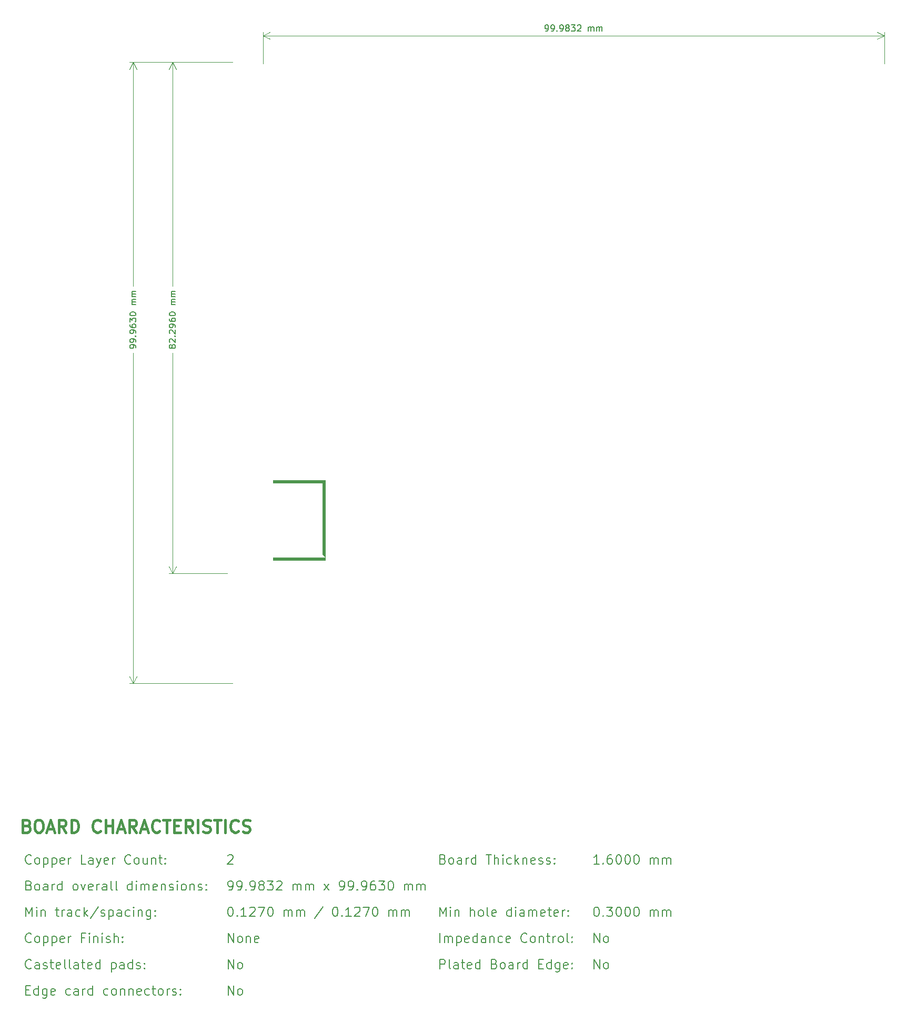
<source format=gbr>
%TF.GenerationSoftware,KiCad,Pcbnew,6.0.9-8da3e8f707~117~ubuntu20.04.1*%
%TF.CreationDate,2022-12-25T13:31:21+01:00*%
%TF.ProjectId,arrow_deca_retro_cape,6172726f-775f-4646-9563-615f72657472,0.90*%
%TF.SameCoordinates,Original*%
%TF.FileFunction,Other,Comment*%
%FSLAX46Y46*%
G04 Gerber Fmt 4.6, Leading zero omitted, Abs format (unit mm)*
G04 Created by KiCad (PCBNEW 6.0.9-8da3e8f707~117~ubuntu20.04.1) date 2022-12-25 13:31:21*
%MOMM*%
%LPD*%
G01*
G04 APERTURE LIST*
%ADD10C,0.200000*%
%ADD11C,0.400000*%
%ADD12C,0.150000*%
%ADD13C,0.100000*%
G04 APERTURE END LIST*
D10*
X77545085Y-186492971D02*
X77545085Y-184992971D01*
X78402228Y-186492971D01*
X78402228Y-184992971D01*
X79330800Y-186492971D02*
X79187943Y-186421542D01*
X79116514Y-186350114D01*
X79045085Y-186207257D01*
X79045085Y-185778685D01*
X79116514Y-185635828D01*
X79187943Y-185564400D01*
X79330800Y-185492971D01*
X79545085Y-185492971D01*
X79687943Y-185564400D01*
X79759371Y-185635828D01*
X79830800Y-185778685D01*
X79830800Y-186207257D01*
X79759371Y-186350114D01*
X79687943Y-186421542D01*
X79545085Y-186492971D01*
X79330800Y-186492971D01*
X111602228Y-182277971D02*
X111602228Y-180777971D01*
X112316514Y-182277971D02*
X112316514Y-181277971D01*
X112316514Y-181420828D02*
X112387943Y-181349400D01*
X112530800Y-181277971D01*
X112745086Y-181277971D01*
X112887943Y-181349400D01*
X112959371Y-181492257D01*
X112959371Y-182277971D01*
X112959371Y-181492257D02*
X113030800Y-181349400D01*
X113173657Y-181277971D01*
X113387943Y-181277971D01*
X113530800Y-181349400D01*
X113602228Y-181492257D01*
X113602228Y-182277971D01*
X114316514Y-181277971D02*
X114316514Y-182777971D01*
X114316514Y-181349400D02*
X114459371Y-181277971D01*
X114745086Y-181277971D01*
X114887943Y-181349400D01*
X114959371Y-181420828D01*
X115030800Y-181563685D01*
X115030800Y-181992257D01*
X114959371Y-182135114D01*
X114887943Y-182206542D01*
X114745086Y-182277971D01*
X114459371Y-182277971D01*
X114316514Y-182206542D01*
X116245086Y-182206542D02*
X116102228Y-182277971D01*
X115816514Y-182277971D01*
X115673657Y-182206542D01*
X115602228Y-182063685D01*
X115602228Y-181492257D01*
X115673657Y-181349400D01*
X115816514Y-181277971D01*
X116102228Y-181277971D01*
X116245086Y-181349400D01*
X116316514Y-181492257D01*
X116316514Y-181635114D01*
X115602228Y-181777971D01*
X117602228Y-182277971D02*
X117602228Y-180777971D01*
X117602228Y-182206542D02*
X117459371Y-182277971D01*
X117173657Y-182277971D01*
X117030800Y-182206542D01*
X116959371Y-182135114D01*
X116887943Y-181992257D01*
X116887943Y-181563685D01*
X116959371Y-181420828D01*
X117030800Y-181349400D01*
X117173657Y-181277971D01*
X117459371Y-181277971D01*
X117602228Y-181349400D01*
X118959371Y-182277971D02*
X118959371Y-181492257D01*
X118887943Y-181349400D01*
X118745086Y-181277971D01*
X118459371Y-181277971D01*
X118316514Y-181349400D01*
X118959371Y-182206542D02*
X118816514Y-182277971D01*
X118459371Y-182277971D01*
X118316514Y-182206542D01*
X118245086Y-182063685D01*
X118245086Y-181920828D01*
X118316514Y-181777971D01*
X118459371Y-181706542D01*
X118816514Y-181706542D01*
X118959371Y-181635114D01*
X119673657Y-181277971D02*
X119673657Y-182277971D01*
X119673657Y-181420828D02*
X119745086Y-181349400D01*
X119887943Y-181277971D01*
X120102228Y-181277971D01*
X120245086Y-181349400D01*
X120316514Y-181492257D01*
X120316514Y-182277971D01*
X121673657Y-182206542D02*
X121530800Y-182277971D01*
X121245086Y-182277971D01*
X121102228Y-182206542D01*
X121030800Y-182135114D01*
X120959371Y-181992257D01*
X120959371Y-181563685D01*
X121030800Y-181420828D01*
X121102228Y-181349400D01*
X121245086Y-181277971D01*
X121530800Y-181277971D01*
X121673657Y-181349400D01*
X122887943Y-182206542D02*
X122745086Y-182277971D01*
X122459371Y-182277971D01*
X122316514Y-182206542D01*
X122245086Y-182063685D01*
X122245086Y-181492257D01*
X122316514Y-181349400D01*
X122459371Y-181277971D01*
X122745086Y-181277971D01*
X122887943Y-181349400D01*
X122959371Y-181492257D01*
X122959371Y-181635114D01*
X122245086Y-181777971D01*
X125602228Y-182135114D02*
X125530800Y-182206542D01*
X125316514Y-182277971D01*
X125173657Y-182277971D01*
X124959371Y-182206542D01*
X124816514Y-182063685D01*
X124745086Y-181920828D01*
X124673657Y-181635114D01*
X124673657Y-181420828D01*
X124745086Y-181135114D01*
X124816514Y-180992257D01*
X124959371Y-180849400D01*
X125173657Y-180777971D01*
X125316514Y-180777971D01*
X125530800Y-180849400D01*
X125602228Y-180920828D01*
X126459371Y-182277971D02*
X126316514Y-182206542D01*
X126245086Y-182135114D01*
X126173657Y-181992257D01*
X126173657Y-181563685D01*
X126245086Y-181420828D01*
X126316514Y-181349400D01*
X126459371Y-181277971D01*
X126673657Y-181277971D01*
X126816514Y-181349400D01*
X126887943Y-181420828D01*
X126959371Y-181563685D01*
X126959371Y-181992257D01*
X126887943Y-182135114D01*
X126816514Y-182206542D01*
X126673657Y-182277971D01*
X126459371Y-182277971D01*
X127602228Y-181277971D02*
X127602228Y-182277971D01*
X127602228Y-181420828D02*
X127673657Y-181349400D01*
X127816514Y-181277971D01*
X128030800Y-181277971D01*
X128173657Y-181349400D01*
X128245086Y-181492257D01*
X128245086Y-182277971D01*
X128745086Y-181277971D02*
X129316514Y-181277971D01*
X128959371Y-180777971D02*
X128959371Y-182063685D01*
X129030800Y-182206542D01*
X129173657Y-182277971D01*
X129316514Y-182277971D01*
X129816514Y-182277971D02*
X129816514Y-181277971D01*
X129816514Y-181563685D02*
X129887943Y-181420828D01*
X129959371Y-181349400D01*
X130102228Y-181277971D01*
X130245086Y-181277971D01*
X130959371Y-182277971D02*
X130816514Y-182206542D01*
X130745086Y-182135114D01*
X130673657Y-181992257D01*
X130673657Y-181563685D01*
X130745086Y-181420828D01*
X130816514Y-181349400D01*
X130959371Y-181277971D01*
X131173657Y-181277971D01*
X131316514Y-181349400D01*
X131387943Y-181420828D01*
X131459371Y-181563685D01*
X131459371Y-181992257D01*
X131387943Y-182135114D01*
X131316514Y-182206542D01*
X131173657Y-182277971D01*
X130959371Y-182277971D01*
X132316514Y-182277971D02*
X132173657Y-182206542D01*
X132102228Y-182063685D01*
X132102228Y-180777971D01*
X132887943Y-182135114D02*
X132959371Y-182206542D01*
X132887943Y-182277971D01*
X132816514Y-182206542D01*
X132887943Y-182135114D01*
X132887943Y-182277971D01*
X132887943Y-181349400D02*
X132959371Y-181420828D01*
X132887943Y-181492257D01*
X132816514Y-181420828D01*
X132887943Y-181349400D01*
X132887943Y-181492257D01*
X136445085Y-182277971D02*
X136445085Y-180777971D01*
X137302228Y-182277971D01*
X137302228Y-180777971D01*
X138230800Y-182277971D02*
X138087943Y-182206542D01*
X138016514Y-182135114D01*
X137945085Y-181992257D01*
X137945085Y-181563685D01*
X138016514Y-181420828D01*
X138087943Y-181349400D01*
X138230800Y-181277971D01*
X138445085Y-181277971D01*
X138587943Y-181349400D01*
X138659371Y-181420828D01*
X138730800Y-181563685D01*
X138730800Y-181992257D01*
X138659371Y-182135114D01*
X138587943Y-182206542D01*
X138445085Y-182277971D01*
X138230800Y-182277971D01*
X111602228Y-178062971D02*
X111602228Y-176562971D01*
X112102228Y-177634400D01*
X112602228Y-176562971D01*
X112602228Y-178062971D01*
X113316514Y-178062971D02*
X113316514Y-177062971D01*
X113316514Y-176562971D02*
X113245086Y-176634400D01*
X113316514Y-176705828D01*
X113387943Y-176634400D01*
X113316514Y-176562971D01*
X113316514Y-176705828D01*
X114030800Y-177062971D02*
X114030800Y-178062971D01*
X114030800Y-177205828D02*
X114102228Y-177134400D01*
X114245086Y-177062971D01*
X114459371Y-177062971D01*
X114602228Y-177134400D01*
X114673657Y-177277257D01*
X114673657Y-178062971D01*
X116530800Y-178062971D02*
X116530800Y-176562971D01*
X117173657Y-178062971D02*
X117173657Y-177277257D01*
X117102228Y-177134400D01*
X116959371Y-177062971D01*
X116745086Y-177062971D01*
X116602228Y-177134400D01*
X116530800Y-177205828D01*
X118102228Y-178062971D02*
X117959371Y-177991542D01*
X117887943Y-177920114D01*
X117816514Y-177777257D01*
X117816514Y-177348685D01*
X117887943Y-177205828D01*
X117959371Y-177134400D01*
X118102228Y-177062971D01*
X118316514Y-177062971D01*
X118459371Y-177134400D01*
X118530800Y-177205828D01*
X118602228Y-177348685D01*
X118602228Y-177777257D01*
X118530800Y-177920114D01*
X118459371Y-177991542D01*
X118316514Y-178062971D01*
X118102228Y-178062971D01*
X119459371Y-178062971D02*
X119316514Y-177991542D01*
X119245086Y-177848685D01*
X119245086Y-176562971D01*
X120602228Y-177991542D02*
X120459371Y-178062971D01*
X120173657Y-178062971D01*
X120030800Y-177991542D01*
X119959371Y-177848685D01*
X119959371Y-177277257D01*
X120030800Y-177134400D01*
X120173657Y-177062971D01*
X120459371Y-177062971D01*
X120602228Y-177134400D01*
X120673657Y-177277257D01*
X120673657Y-177420114D01*
X119959371Y-177562971D01*
X123102228Y-178062971D02*
X123102228Y-176562971D01*
X123102228Y-177991542D02*
X122959371Y-178062971D01*
X122673657Y-178062971D01*
X122530800Y-177991542D01*
X122459371Y-177920114D01*
X122387943Y-177777257D01*
X122387943Y-177348685D01*
X122459371Y-177205828D01*
X122530800Y-177134400D01*
X122673657Y-177062971D01*
X122959371Y-177062971D01*
X123102228Y-177134400D01*
X123816514Y-178062971D02*
X123816514Y-177062971D01*
X123816514Y-176562971D02*
X123745086Y-176634400D01*
X123816514Y-176705828D01*
X123887943Y-176634400D01*
X123816514Y-176562971D01*
X123816514Y-176705828D01*
X125173657Y-178062971D02*
X125173657Y-177277257D01*
X125102228Y-177134400D01*
X124959371Y-177062971D01*
X124673657Y-177062971D01*
X124530800Y-177134400D01*
X125173657Y-177991542D02*
X125030800Y-178062971D01*
X124673657Y-178062971D01*
X124530800Y-177991542D01*
X124459371Y-177848685D01*
X124459371Y-177705828D01*
X124530800Y-177562971D01*
X124673657Y-177491542D01*
X125030800Y-177491542D01*
X125173657Y-177420114D01*
X125887943Y-178062971D02*
X125887943Y-177062971D01*
X125887943Y-177205828D02*
X125959371Y-177134400D01*
X126102228Y-177062971D01*
X126316514Y-177062971D01*
X126459371Y-177134400D01*
X126530800Y-177277257D01*
X126530800Y-178062971D01*
X126530800Y-177277257D02*
X126602228Y-177134400D01*
X126745086Y-177062971D01*
X126959371Y-177062971D01*
X127102228Y-177134400D01*
X127173657Y-177277257D01*
X127173657Y-178062971D01*
X128459371Y-177991542D02*
X128316514Y-178062971D01*
X128030800Y-178062971D01*
X127887943Y-177991542D01*
X127816514Y-177848685D01*
X127816514Y-177277257D01*
X127887943Y-177134400D01*
X128030800Y-177062971D01*
X128316514Y-177062971D01*
X128459371Y-177134400D01*
X128530800Y-177277257D01*
X128530800Y-177420114D01*
X127816514Y-177562971D01*
X128959371Y-177062971D02*
X129530800Y-177062971D01*
X129173657Y-176562971D02*
X129173657Y-177848685D01*
X129245086Y-177991542D01*
X129387943Y-178062971D01*
X129530800Y-178062971D01*
X130602228Y-177991542D02*
X130459371Y-178062971D01*
X130173657Y-178062971D01*
X130030800Y-177991542D01*
X129959371Y-177848685D01*
X129959371Y-177277257D01*
X130030800Y-177134400D01*
X130173657Y-177062971D01*
X130459371Y-177062971D01*
X130602228Y-177134400D01*
X130673657Y-177277257D01*
X130673657Y-177420114D01*
X129959371Y-177562971D01*
X131316514Y-178062971D02*
X131316514Y-177062971D01*
X131316514Y-177348685D02*
X131387943Y-177205828D01*
X131459371Y-177134400D01*
X131602228Y-177062971D01*
X131745086Y-177062971D01*
X132245086Y-177920114D02*
X132316514Y-177991542D01*
X132245086Y-178062971D01*
X132173657Y-177991542D01*
X132245086Y-177920114D01*
X132245086Y-178062971D01*
X132245086Y-177134400D02*
X132316514Y-177205828D01*
X132245086Y-177277257D01*
X132173657Y-177205828D01*
X132245086Y-177134400D01*
X132245086Y-177277257D01*
X111602228Y-186492971D02*
X111602228Y-184992971D01*
X112173657Y-184992971D01*
X112316514Y-185064400D01*
X112387943Y-185135828D01*
X112459371Y-185278685D01*
X112459371Y-185492971D01*
X112387943Y-185635828D01*
X112316514Y-185707257D01*
X112173657Y-185778685D01*
X111602228Y-185778685D01*
X113316514Y-186492971D02*
X113173657Y-186421542D01*
X113102228Y-186278685D01*
X113102228Y-184992971D01*
X114530800Y-186492971D02*
X114530800Y-185707257D01*
X114459371Y-185564400D01*
X114316514Y-185492971D01*
X114030800Y-185492971D01*
X113887943Y-185564400D01*
X114530800Y-186421542D02*
X114387943Y-186492971D01*
X114030800Y-186492971D01*
X113887943Y-186421542D01*
X113816514Y-186278685D01*
X113816514Y-186135828D01*
X113887943Y-185992971D01*
X114030800Y-185921542D01*
X114387943Y-185921542D01*
X114530800Y-185850114D01*
X115030800Y-185492971D02*
X115602228Y-185492971D01*
X115245086Y-184992971D02*
X115245086Y-186278685D01*
X115316514Y-186421542D01*
X115459371Y-186492971D01*
X115602228Y-186492971D01*
X116673657Y-186421542D02*
X116530800Y-186492971D01*
X116245086Y-186492971D01*
X116102228Y-186421542D01*
X116030800Y-186278685D01*
X116030800Y-185707257D01*
X116102228Y-185564400D01*
X116245086Y-185492971D01*
X116530800Y-185492971D01*
X116673657Y-185564400D01*
X116745086Y-185707257D01*
X116745086Y-185850114D01*
X116030800Y-185992971D01*
X118030800Y-186492971D02*
X118030800Y-184992971D01*
X118030800Y-186421542D02*
X117887943Y-186492971D01*
X117602228Y-186492971D01*
X117459371Y-186421542D01*
X117387943Y-186350114D01*
X117316514Y-186207257D01*
X117316514Y-185778685D01*
X117387943Y-185635828D01*
X117459371Y-185564400D01*
X117602228Y-185492971D01*
X117887943Y-185492971D01*
X118030800Y-185564400D01*
X120387943Y-185707257D02*
X120602228Y-185778685D01*
X120673657Y-185850114D01*
X120745086Y-185992971D01*
X120745086Y-186207257D01*
X120673657Y-186350114D01*
X120602228Y-186421542D01*
X120459371Y-186492971D01*
X119887943Y-186492971D01*
X119887943Y-184992971D01*
X120387943Y-184992971D01*
X120530800Y-185064400D01*
X120602228Y-185135828D01*
X120673657Y-185278685D01*
X120673657Y-185421542D01*
X120602228Y-185564400D01*
X120530800Y-185635828D01*
X120387943Y-185707257D01*
X119887943Y-185707257D01*
X121602228Y-186492971D02*
X121459371Y-186421542D01*
X121387943Y-186350114D01*
X121316514Y-186207257D01*
X121316514Y-185778685D01*
X121387943Y-185635828D01*
X121459371Y-185564400D01*
X121602228Y-185492971D01*
X121816514Y-185492971D01*
X121959371Y-185564400D01*
X122030800Y-185635828D01*
X122102228Y-185778685D01*
X122102228Y-186207257D01*
X122030800Y-186350114D01*
X121959371Y-186421542D01*
X121816514Y-186492971D01*
X121602228Y-186492971D01*
X123387943Y-186492971D02*
X123387943Y-185707257D01*
X123316514Y-185564400D01*
X123173657Y-185492971D01*
X122887943Y-185492971D01*
X122745086Y-185564400D01*
X123387943Y-186421542D02*
X123245086Y-186492971D01*
X122887943Y-186492971D01*
X122745086Y-186421542D01*
X122673657Y-186278685D01*
X122673657Y-186135828D01*
X122745086Y-185992971D01*
X122887943Y-185921542D01*
X123245086Y-185921542D01*
X123387943Y-185850114D01*
X124102228Y-186492971D02*
X124102228Y-185492971D01*
X124102228Y-185778685D02*
X124173657Y-185635828D01*
X124245086Y-185564400D01*
X124387943Y-185492971D01*
X124530800Y-185492971D01*
X125673657Y-186492971D02*
X125673657Y-184992971D01*
X125673657Y-186421542D02*
X125530800Y-186492971D01*
X125245086Y-186492971D01*
X125102228Y-186421542D01*
X125030800Y-186350114D01*
X124959371Y-186207257D01*
X124959371Y-185778685D01*
X125030800Y-185635828D01*
X125102228Y-185564400D01*
X125245086Y-185492971D01*
X125530800Y-185492971D01*
X125673657Y-185564400D01*
X127530800Y-185707257D02*
X128030800Y-185707257D01*
X128245086Y-186492971D02*
X127530800Y-186492971D01*
X127530800Y-184992971D01*
X128245086Y-184992971D01*
X129530800Y-186492971D02*
X129530800Y-184992971D01*
X129530800Y-186421542D02*
X129387943Y-186492971D01*
X129102228Y-186492971D01*
X128959371Y-186421542D01*
X128887943Y-186350114D01*
X128816514Y-186207257D01*
X128816514Y-185778685D01*
X128887943Y-185635828D01*
X128959371Y-185564400D01*
X129102228Y-185492971D01*
X129387943Y-185492971D01*
X129530800Y-185564400D01*
X130887943Y-185492971D02*
X130887943Y-186707257D01*
X130816514Y-186850114D01*
X130745086Y-186921542D01*
X130602228Y-186992971D01*
X130387943Y-186992971D01*
X130245086Y-186921542D01*
X130887943Y-186421542D02*
X130745086Y-186492971D01*
X130459371Y-186492971D01*
X130316514Y-186421542D01*
X130245086Y-186350114D01*
X130173657Y-186207257D01*
X130173657Y-185778685D01*
X130245086Y-185635828D01*
X130316514Y-185564400D01*
X130459371Y-185492971D01*
X130745086Y-185492971D01*
X130887943Y-185564400D01*
X132173657Y-186421542D02*
X132030800Y-186492971D01*
X131745086Y-186492971D01*
X131602228Y-186421542D01*
X131530800Y-186278685D01*
X131530800Y-185707257D01*
X131602228Y-185564400D01*
X131745086Y-185492971D01*
X132030800Y-185492971D01*
X132173657Y-185564400D01*
X132245086Y-185707257D01*
X132245086Y-185850114D01*
X131530800Y-185992971D01*
X132887943Y-186350114D02*
X132959371Y-186421542D01*
X132887943Y-186492971D01*
X132816514Y-186421542D01*
X132887943Y-186350114D01*
X132887943Y-186492971D01*
X132887943Y-185564400D02*
X132959371Y-185635828D01*
X132887943Y-185707257D01*
X132816514Y-185635828D01*
X132887943Y-185564400D01*
X132887943Y-185707257D01*
X77545085Y-190707971D02*
X77545085Y-189207971D01*
X78402228Y-190707971D01*
X78402228Y-189207971D01*
X79330800Y-190707971D02*
X79187943Y-190636542D01*
X79116514Y-190565114D01*
X79045085Y-190422257D01*
X79045085Y-189993685D01*
X79116514Y-189850828D01*
X79187943Y-189779400D01*
X79330800Y-189707971D01*
X79545085Y-189707971D01*
X79687943Y-189779400D01*
X79759371Y-189850828D01*
X79830800Y-189993685D01*
X79830800Y-190422257D01*
X79759371Y-190565114D01*
X79687943Y-190636542D01*
X79545085Y-190707971D01*
X79330800Y-190707971D01*
X77830800Y-176562971D02*
X77973657Y-176562971D01*
X78116514Y-176634400D01*
X78187943Y-176705828D01*
X78259371Y-176848685D01*
X78330800Y-177134400D01*
X78330800Y-177491542D01*
X78259371Y-177777257D01*
X78187943Y-177920114D01*
X78116514Y-177991542D01*
X77973657Y-178062971D01*
X77830800Y-178062971D01*
X77687943Y-177991542D01*
X77616514Y-177920114D01*
X77545085Y-177777257D01*
X77473657Y-177491542D01*
X77473657Y-177134400D01*
X77545085Y-176848685D01*
X77616514Y-176705828D01*
X77687943Y-176634400D01*
X77830800Y-176562971D01*
X78973657Y-177920114D02*
X79045085Y-177991542D01*
X78973657Y-178062971D01*
X78902228Y-177991542D01*
X78973657Y-177920114D01*
X78973657Y-178062971D01*
X80473657Y-178062971D02*
X79616514Y-178062971D01*
X80045085Y-178062971D02*
X80045085Y-176562971D01*
X79902228Y-176777257D01*
X79759371Y-176920114D01*
X79616514Y-176991542D01*
X81045085Y-176705828D02*
X81116514Y-176634400D01*
X81259371Y-176562971D01*
X81616514Y-176562971D01*
X81759371Y-176634400D01*
X81830800Y-176705828D01*
X81902228Y-176848685D01*
X81902228Y-176991542D01*
X81830800Y-177205828D01*
X80973657Y-178062971D01*
X81902228Y-178062971D01*
X82402228Y-176562971D02*
X83402228Y-176562971D01*
X82759371Y-178062971D01*
X84259371Y-176562971D02*
X84402228Y-176562971D01*
X84545085Y-176634400D01*
X84616514Y-176705828D01*
X84687943Y-176848685D01*
X84759371Y-177134400D01*
X84759371Y-177491542D01*
X84687943Y-177777257D01*
X84616514Y-177920114D01*
X84545085Y-177991542D01*
X84402228Y-178062971D01*
X84259371Y-178062971D01*
X84116514Y-177991542D01*
X84045085Y-177920114D01*
X83973657Y-177777257D01*
X83902228Y-177491542D01*
X83902228Y-177134400D01*
X83973657Y-176848685D01*
X84045085Y-176705828D01*
X84116514Y-176634400D01*
X84259371Y-176562971D01*
X86545085Y-178062971D02*
X86545085Y-177062971D01*
X86545085Y-177205828D02*
X86616514Y-177134400D01*
X86759371Y-177062971D01*
X86973657Y-177062971D01*
X87116514Y-177134400D01*
X87187943Y-177277257D01*
X87187943Y-178062971D01*
X87187943Y-177277257D02*
X87259371Y-177134400D01*
X87402228Y-177062971D01*
X87616514Y-177062971D01*
X87759371Y-177134400D01*
X87830800Y-177277257D01*
X87830800Y-178062971D01*
X88545085Y-178062971D02*
X88545085Y-177062971D01*
X88545085Y-177205828D02*
X88616514Y-177134400D01*
X88759371Y-177062971D01*
X88973657Y-177062971D01*
X89116514Y-177134400D01*
X89187943Y-177277257D01*
X89187943Y-178062971D01*
X89187943Y-177277257D02*
X89259371Y-177134400D01*
X89402228Y-177062971D01*
X89616514Y-177062971D01*
X89759371Y-177134400D01*
X89830800Y-177277257D01*
X89830800Y-178062971D01*
X92759371Y-176491542D02*
X91473657Y-178420114D01*
X94687943Y-176562971D02*
X94830800Y-176562971D01*
X94973657Y-176634400D01*
X95045085Y-176705828D01*
X95116514Y-176848685D01*
X95187943Y-177134400D01*
X95187943Y-177491542D01*
X95116514Y-177777257D01*
X95045085Y-177920114D01*
X94973657Y-177991542D01*
X94830800Y-178062971D01*
X94687943Y-178062971D01*
X94545085Y-177991542D01*
X94473657Y-177920114D01*
X94402228Y-177777257D01*
X94330800Y-177491542D01*
X94330800Y-177134400D01*
X94402228Y-176848685D01*
X94473657Y-176705828D01*
X94545085Y-176634400D01*
X94687943Y-176562971D01*
X95830800Y-177920114D02*
X95902228Y-177991542D01*
X95830800Y-178062971D01*
X95759371Y-177991542D01*
X95830800Y-177920114D01*
X95830800Y-178062971D01*
X97330800Y-178062971D02*
X96473657Y-178062971D01*
X96902228Y-178062971D02*
X96902228Y-176562971D01*
X96759371Y-176777257D01*
X96616514Y-176920114D01*
X96473657Y-176991542D01*
X97902228Y-176705828D02*
X97973657Y-176634400D01*
X98116514Y-176562971D01*
X98473657Y-176562971D01*
X98616514Y-176634400D01*
X98687943Y-176705828D01*
X98759371Y-176848685D01*
X98759371Y-176991542D01*
X98687943Y-177205828D01*
X97830800Y-178062971D01*
X98759371Y-178062971D01*
X99259371Y-176562971D02*
X100259371Y-176562971D01*
X99616514Y-178062971D01*
X101116514Y-176562971D02*
X101259371Y-176562971D01*
X101402228Y-176634400D01*
X101473657Y-176705828D01*
X101545085Y-176848685D01*
X101616514Y-177134400D01*
X101616514Y-177491542D01*
X101545085Y-177777257D01*
X101473657Y-177920114D01*
X101402228Y-177991542D01*
X101259371Y-178062971D01*
X101116514Y-178062971D01*
X100973657Y-177991542D01*
X100902228Y-177920114D01*
X100830800Y-177777257D01*
X100759371Y-177491542D01*
X100759371Y-177134400D01*
X100830800Y-176848685D01*
X100902228Y-176705828D01*
X100973657Y-176634400D01*
X101116514Y-176562971D01*
X103402228Y-178062971D02*
X103402228Y-177062971D01*
X103402228Y-177205828D02*
X103473657Y-177134400D01*
X103616514Y-177062971D01*
X103830800Y-177062971D01*
X103973657Y-177134400D01*
X104045085Y-177277257D01*
X104045085Y-178062971D01*
X104045085Y-177277257D02*
X104116514Y-177134400D01*
X104259371Y-177062971D01*
X104473657Y-177062971D01*
X104616514Y-177134400D01*
X104687943Y-177277257D01*
X104687943Y-178062971D01*
X105402228Y-178062971D02*
X105402228Y-177062971D01*
X105402228Y-177205828D02*
X105473657Y-177134400D01*
X105616514Y-177062971D01*
X105830800Y-177062971D01*
X105973657Y-177134400D01*
X106045085Y-177277257D01*
X106045085Y-178062971D01*
X106045085Y-177277257D02*
X106116514Y-177134400D01*
X106259371Y-177062971D01*
X106473657Y-177062971D01*
X106616514Y-177134400D01*
X106687943Y-177277257D01*
X106687943Y-178062971D01*
X45845085Y-182135114D02*
X45773657Y-182206542D01*
X45559371Y-182277971D01*
X45416514Y-182277971D01*
X45202228Y-182206542D01*
X45059371Y-182063685D01*
X44987942Y-181920828D01*
X44916514Y-181635114D01*
X44916514Y-181420828D01*
X44987942Y-181135114D01*
X45059371Y-180992257D01*
X45202228Y-180849400D01*
X45416514Y-180777971D01*
X45559371Y-180777971D01*
X45773657Y-180849400D01*
X45845085Y-180920828D01*
X46702228Y-182277971D02*
X46559371Y-182206542D01*
X46487942Y-182135114D01*
X46416514Y-181992257D01*
X46416514Y-181563685D01*
X46487942Y-181420828D01*
X46559371Y-181349400D01*
X46702228Y-181277971D01*
X46916514Y-181277971D01*
X47059371Y-181349400D01*
X47130800Y-181420828D01*
X47202228Y-181563685D01*
X47202228Y-181992257D01*
X47130800Y-182135114D01*
X47059371Y-182206542D01*
X46916514Y-182277971D01*
X46702228Y-182277971D01*
X47845085Y-181277971D02*
X47845085Y-182777971D01*
X47845085Y-181349400D02*
X47987942Y-181277971D01*
X48273657Y-181277971D01*
X48416514Y-181349400D01*
X48487942Y-181420828D01*
X48559371Y-181563685D01*
X48559371Y-181992257D01*
X48487942Y-182135114D01*
X48416514Y-182206542D01*
X48273657Y-182277971D01*
X47987942Y-182277971D01*
X47845085Y-182206542D01*
X49202228Y-181277971D02*
X49202228Y-182777971D01*
X49202228Y-181349400D02*
X49345085Y-181277971D01*
X49630800Y-181277971D01*
X49773657Y-181349400D01*
X49845085Y-181420828D01*
X49916514Y-181563685D01*
X49916514Y-181992257D01*
X49845085Y-182135114D01*
X49773657Y-182206542D01*
X49630800Y-182277971D01*
X49345085Y-182277971D01*
X49202228Y-182206542D01*
X51130800Y-182206542D02*
X50987942Y-182277971D01*
X50702228Y-182277971D01*
X50559371Y-182206542D01*
X50487942Y-182063685D01*
X50487942Y-181492257D01*
X50559371Y-181349400D01*
X50702228Y-181277971D01*
X50987942Y-181277971D01*
X51130800Y-181349400D01*
X51202228Y-181492257D01*
X51202228Y-181635114D01*
X50487942Y-181777971D01*
X51845085Y-182277971D02*
X51845085Y-181277971D01*
X51845085Y-181563685D02*
X51916514Y-181420828D01*
X51987942Y-181349400D01*
X52130800Y-181277971D01*
X52273657Y-181277971D01*
X54416514Y-181492257D02*
X53916514Y-181492257D01*
X53916514Y-182277971D02*
X53916514Y-180777971D01*
X54630800Y-180777971D01*
X55202228Y-182277971D02*
X55202228Y-181277971D01*
X55202228Y-180777971D02*
X55130800Y-180849400D01*
X55202228Y-180920828D01*
X55273657Y-180849400D01*
X55202228Y-180777971D01*
X55202228Y-180920828D01*
X55916514Y-181277971D02*
X55916514Y-182277971D01*
X55916514Y-181420828D02*
X55987942Y-181349400D01*
X56130800Y-181277971D01*
X56345085Y-181277971D01*
X56487942Y-181349400D01*
X56559371Y-181492257D01*
X56559371Y-182277971D01*
X57273657Y-182277971D02*
X57273657Y-181277971D01*
X57273657Y-180777971D02*
X57202228Y-180849400D01*
X57273657Y-180920828D01*
X57345085Y-180849400D01*
X57273657Y-180777971D01*
X57273657Y-180920828D01*
X57916514Y-182206542D02*
X58059371Y-182277971D01*
X58345085Y-182277971D01*
X58487942Y-182206542D01*
X58559371Y-182063685D01*
X58559371Y-181992257D01*
X58487942Y-181849400D01*
X58345085Y-181777971D01*
X58130800Y-181777971D01*
X57987942Y-181706542D01*
X57916514Y-181563685D01*
X57916514Y-181492257D01*
X57987942Y-181349400D01*
X58130800Y-181277971D01*
X58345085Y-181277971D01*
X58487942Y-181349400D01*
X59202228Y-182277971D02*
X59202228Y-180777971D01*
X59845085Y-182277971D02*
X59845085Y-181492257D01*
X59773657Y-181349400D01*
X59630800Y-181277971D01*
X59416514Y-181277971D01*
X59273657Y-181349400D01*
X59202228Y-181420828D01*
X60559371Y-182135114D02*
X60630800Y-182206542D01*
X60559371Y-182277971D01*
X60487942Y-182206542D01*
X60559371Y-182135114D01*
X60559371Y-182277971D01*
X60559371Y-181349400D02*
X60630800Y-181420828D01*
X60559371Y-181492257D01*
X60487942Y-181420828D01*
X60559371Y-181349400D01*
X60559371Y-181492257D01*
X45487942Y-173062257D02*
X45702228Y-173133685D01*
X45773657Y-173205114D01*
X45845085Y-173347971D01*
X45845085Y-173562257D01*
X45773657Y-173705114D01*
X45702228Y-173776542D01*
X45559371Y-173847971D01*
X44987942Y-173847971D01*
X44987942Y-172347971D01*
X45487942Y-172347971D01*
X45630800Y-172419400D01*
X45702228Y-172490828D01*
X45773657Y-172633685D01*
X45773657Y-172776542D01*
X45702228Y-172919400D01*
X45630800Y-172990828D01*
X45487942Y-173062257D01*
X44987942Y-173062257D01*
X46702228Y-173847971D02*
X46559371Y-173776542D01*
X46487942Y-173705114D01*
X46416514Y-173562257D01*
X46416514Y-173133685D01*
X46487942Y-172990828D01*
X46559371Y-172919400D01*
X46702228Y-172847971D01*
X46916514Y-172847971D01*
X47059371Y-172919400D01*
X47130800Y-172990828D01*
X47202228Y-173133685D01*
X47202228Y-173562257D01*
X47130800Y-173705114D01*
X47059371Y-173776542D01*
X46916514Y-173847971D01*
X46702228Y-173847971D01*
X48487942Y-173847971D02*
X48487942Y-173062257D01*
X48416514Y-172919400D01*
X48273657Y-172847971D01*
X47987942Y-172847971D01*
X47845085Y-172919400D01*
X48487942Y-173776542D02*
X48345085Y-173847971D01*
X47987942Y-173847971D01*
X47845085Y-173776542D01*
X47773657Y-173633685D01*
X47773657Y-173490828D01*
X47845085Y-173347971D01*
X47987942Y-173276542D01*
X48345085Y-173276542D01*
X48487942Y-173205114D01*
X49202228Y-173847971D02*
X49202228Y-172847971D01*
X49202228Y-173133685D02*
X49273657Y-172990828D01*
X49345085Y-172919400D01*
X49487942Y-172847971D01*
X49630800Y-172847971D01*
X50773657Y-173847971D02*
X50773657Y-172347971D01*
X50773657Y-173776542D02*
X50630800Y-173847971D01*
X50345085Y-173847971D01*
X50202228Y-173776542D01*
X50130800Y-173705114D01*
X50059371Y-173562257D01*
X50059371Y-173133685D01*
X50130800Y-172990828D01*
X50202228Y-172919400D01*
X50345085Y-172847971D01*
X50630800Y-172847971D01*
X50773657Y-172919400D01*
X52845085Y-173847971D02*
X52702228Y-173776542D01*
X52630800Y-173705114D01*
X52559371Y-173562257D01*
X52559371Y-173133685D01*
X52630800Y-172990828D01*
X52702228Y-172919400D01*
X52845085Y-172847971D01*
X53059371Y-172847971D01*
X53202228Y-172919400D01*
X53273657Y-172990828D01*
X53345085Y-173133685D01*
X53345085Y-173562257D01*
X53273657Y-173705114D01*
X53202228Y-173776542D01*
X53059371Y-173847971D01*
X52845085Y-173847971D01*
X53845085Y-172847971D02*
X54202228Y-173847971D01*
X54559371Y-172847971D01*
X55702228Y-173776542D02*
X55559371Y-173847971D01*
X55273657Y-173847971D01*
X55130800Y-173776542D01*
X55059371Y-173633685D01*
X55059371Y-173062257D01*
X55130800Y-172919400D01*
X55273657Y-172847971D01*
X55559371Y-172847971D01*
X55702228Y-172919400D01*
X55773657Y-173062257D01*
X55773657Y-173205114D01*
X55059371Y-173347971D01*
X56416514Y-173847971D02*
X56416514Y-172847971D01*
X56416514Y-173133685D02*
X56487942Y-172990828D01*
X56559371Y-172919400D01*
X56702228Y-172847971D01*
X56845085Y-172847971D01*
X57987942Y-173847971D02*
X57987942Y-173062257D01*
X57916514Y-172919400D01*
X57773657Y-172847971D01*
X57487942Y-172847971D01*
X57345085Y-172919400D01*
X57987942Y-173776542D02*
X57845085Y-173847971D01*
X57487942Y-173847971D01*
X57345085Y-173776542D01*
X57273657Y-173633685D01*
X57273657Y-173490828D01*
X57345085Y-173347971D01*
X57487942Y-173276542D01*
X57845085Y-173276542D01*
X57987942Y-173205114D01*
X58916514Y-173847971D02*
X58773657Y-173776542D01*
X58702228Y-173633685D01*
X58702228Y-172347971D01*
X59702228Y-173847971D02*
X59559371Y-173776542D01*
X59487942Y-173633685D01*
X59487942Y-172347971D01*
X62059371Y-173847971D02*
X62059371Y-172347971D01*
X62059371Y-173776542D02*
X61916514Y-173847971D01*
X61630800Y-173847971D01*
X61487942Y-173776542D01*
X61416514Y-173705114D01*
X61345085Y-173562257D01*
X61345085Y-173133685D01*
X61416514Y-172990828D01*
X61487942Y-172919400D01*
X61630800Y-172847971D01*
X61916514Y-172847971D01*
X62059371Y-172919400D01*
X62773657Y-173847971D02*
X62773657Y-172847971D01*
X62773657Y-172347971D02*
X62702228Y-172419400D01*
X62773657Y-172490828D01*
X62845085Y-172419400D01*
X62773657Y-172347971D01*
X62773657Y-172490828D01*
X63487942Y-173847971D02*
X63487942Y-172847971D01*
X63487942Y-172990828D02*
X63559371Y-172919400D01*
X63702228Y-172847971D01*
X63916514Y-172847971D01*
X64059371Y-172919400D01*
X64130800Y-173062257D01*
X64130800Y-173847971D01*
X64130800Y-173062257D02*
X64202228Y-172919400D01*
X64345085Y-172847971D01*
X64559371Y-172847971D01*
X64702228Y-172919400D01*
X64773657Y-173062257D01*
X64773657Y-173847971D01*
X66059371Y-173776542D02*
X65916514Y-173847971D01*
X65630800Y-173847971D01*
X65487942Y-173776542D01*
X65416514Y-173633685D01*
X65416514Y-173062257D01*
X65487942Y-172919400D01*
X65630800Y-172847971D01*
X65916514Y-172847971D01*
X66059371Y-172919400D01*
X66130800Y-173062257D01*
X66130800Y-173205114D01*
X65416514Y-173347971D01*
X66773657Y-172847971D02*
X66773657Y-173847971D01*
X66773657Y-172990828D02*
X66845085Y-172919400D01*
X66987942Y-172847971D01*
X67202228Y-172847971D01*
X67345085Y-172919400D01*
X67416514Y-173062257D01*
X67416514Y-173847971D01*
X68059371Y-173776542D02*
X68202228Y-173847971D01*
X68487942Y-173847971D01*
X68630800Y-173776542D01*
X68702228Y-173633685D01*
X68702228Y-173562257D01*
X68630800Y-173419400D01*
X68487942Y-173347971D01*
X68273657Y-173347971D01*
X68130800Y-173276542D01*
X68059371Y-173133685D01*
X68059371Y-173062257D01*
X68130800Y-172919400D01*
X68273657Y-172847971D01*
X68487942Y-172847971D01*
X68630800Y-172919400D01*
X69345085Y-173847971D02*
X69345085Y-172847971D01*
X69345085Y-172347971D02*
X69273657Y-172419400D01*
X69345085Y-172490828D01*
X69416514Y-172419400D01*
X69345085Y-172347971D01*
X69345085Y-172490828D01*
X70273657Y-173847971D02*
X70130800Y-173776542D01*
X70059371Y-173705114D01*
X69987942Y-173562257D01*
X69987942Y-173133685D01*
X70059371Y-172990828D01*
X70130800Y-172919400D01*
X70273657Y-172847971D01*
X70487942Y-172847971D01*
X70630800Y-172919400D01*
X70702228Y-172990828D01*
X70773657Y-173133685D01*
X70773657Y-173562257D01*
X70702228Y-173705114D01*
X70630800Y-173776542D01*
X70487942Y-173847971D01*
X70273657Y-173847971D01*
X71416514Y-172847971D02*
X71416514Y-173847971D01*
X71416514Y-172990828D02*
X71487942Y-172919400D01*
X71630800Y-172847971D01*
X71845085Y-172847971D01*
X71987942Y-172919400D01*
X72059371Y-173062257D01*
X72059371Y-173847971D01*
X72702228Y-173776542D02*
X72845085Y-173847971D01*
X73130800Y-173847971D01*
X73273657Y-173776542D01*
X73345085Y-173633685D01*
X73345085Y-173562257D01*
X73273657Y-173419400D01*
X73130800Y-173347971D01*
X72916514Y-173347971D01*
X72773657Y-173276542D01*
X72702228Y-173133685D01*
X72702228Y-173062257D01*
X72773657Y-172919400D01*
X72916514Y-172847971D01*
X73130800Y-172847971D01*
X73273657Y-172919400D01*
X73987942Y-173705114D02*
X74059371Y-173776542D01*
X73987942Y-173847971D01*
X73916514Y-173776542D01*
X73987942Y-173705114D01*
X73987942Y-173847971D01*
X73987942Y-172919400D02*
X74059371Y-172990828D01*
X73987942Y-173062257D01*
X73916514Y-172990828D01*
X73987942Y-172919400D01*
X73987942Y-173062257D01*
X137230800Y-169632971D02*
X136373657Y-169632971D01*
X136802228Y-169632971D02*
X136802228Y-168132971D01*
X136659371Y-168347257D01*
X136516514Y-168490114D01*
X136373657Y-168561542D01*
X137873657Y-169490114D02*
X137945085Y-169561542D01*
X137873657Y-169632971D01*
X137802228Y-169561542D01*
X137873657Y-169490114D01*
X137873657Y-169632971D01*
X139230800Y-168132971D02*
X138945085Y-168132971D01*
X138802228Y-168204400D01*
X138730800Y-168275828D01*
X138587943Y-168490114D01*
X138516514Y-168775828D01*
X138516514Y-169347257D01*
X138587943Y-169490114D01*
X138659371Y-169561542D01*
X138802228Y-169632971D01*
X139087943Y-169632971D01*
X139230800Y-169561542D01*
X139302228Y-169490114D01*
X139373657Y-169347257D01*
X139373657Y-168990114D01*
X139302228Y-168847257D01*
X139230800Y-168775828D01*
X139087943Y-168704400D01*
X138802228Y-168704400D01*
X138659371Y-168775828D01*
X138587943Y-168847257D01*
X138516514Y-168990114D01*
X140302228Y-168132971D02*
X140445085Y-168132971D01*
X140587943Y-168204400D01*
X140659371Y-168275828D01*
X140730800Y-168418685D01*
X140802228Y-168704400D01*
X140802228Y-169061542D01*
X140730800Y-169347257D01*
X140659371Y-169490114D01*
X140587943Y-169561542D01*
X140445085Y-169632971D01*
X140302228Y-169632971D01*
X140159371Y-169561542D01*
X140087943Y-169490114D01*
X140016514Y-169347257D01*
X139945085Y-169061542D01*
X139945085Y-168704400D01*
X140016514Y-168418685D01*
X140087943Y-168275828D01*
X140159371Y-168204400D01*
X140302228Y-168132971D01*
X141730800Y-168132971D02*
X141873657Y-168132971D01*
X142016514Y-168204400D01*
X142087943Y-168275828D01*
X142159371Y-168418685D01*
X142230800Y-168704400D01*
X142230800Y-169061542D01*
X142159371Y-169347257D01*
X142087943Y-169490114D01*
X142016514Y-169561542D01*
X141873657Y-169632971D01*
X141730800Y-169632971D01*
X141587943Y-169561542D01*
X141516514Y-169490114D01*
X141445085Y-169347257D01*
X141373657Y-169061542D01*
X141373657Y-168704400D01*
X141445085Y-168418685D01*
X141516514Y-168275828D01*
X141587943Y-168204400D01*
X141730800Y-168132971D01*
X143159371Y-168132971D02*
X143302228Y-168132971D01*
X143445085Y-168204400D01*
X143516514Y-168275828D01*
X143587943Y-168418685D01*
X143659371Y-168704400D01*
X143659371Y-169061542D01*
X143587943Y-169347257D01*
X143516514Y-169490114D01*
X143445085Y-169561542D01*
X143302228Y-169632971D01*
X143159371Y-169632971D01*
X143016514Y-169561542D01*
X142945085Y-169490114D01*
X142873657Y-169347257D01*
X142802228Y-169061542D01*
X142802228Y-168704400D01*
X142873657Y-168418685D01*
X142945085Y-168275828D01*
X143016514Y-168204400D01*
X143159371Y-168132971D01*
X145445085Y-169632971D02*
X145445085Y-168632971D01*
X145445085Y-168775828D02*
X145516514Y-168704400D01*
X145659371Y-168632971D01*
X145873657Y-168632971D01*
X146016514Y-168704400D01*
X146087943Y-168847257D01*
X146087943Y-169632971D01*
X146087943Y-168847257D02*
X146159371Y-168704400D01*
X146302228Y-168632971D01*
X146516514Y-168632971D01*
X146659371Y-168704400D01*
X146730800Y-168847257D01*
X146730800Y-169632971D01*
X147445085Y-169632971D02*
X147445085Y-168632971D01*
X147445085Y-168775828D02*
X147516514Y-168704400D01*
X147659371Y-168632971D01*
X147873657Y-168632971D01*
X148016514Y-168704400D01*
X148087943Y-168847257D01*
X148087943Y-169632971D01*
X148087943Y-168847257D02*
X148159371Y-168704400D01*
X148302228Y-168632971D01*
X148516514Y-168632971D01*
X148659371Y-168704400D01*
X148730800Y-168847257D01*
X148730800Y-169632971D01*
X45845085Y-186350114D02*
X45773657Y-186421542D01*
X45559371Y-186492971D01*
X45416514Y-186492971D01*
X45202228Y-186421542D01*
X45059371Y-186278685D01*
X44987942Y-186135828D01*
X44916514Y-185850114D01*
X44916514Y-185635828D01*
X44987942Y-185350114D01*
X45059371Y-185207257D01*
X45202228Y-185064400D01*
X45416514Y-184992971D01*
X45559371Y-184992971D01*
X45773657Y-185064400D01*
X45845085Y-185135828D01*
X47130800Y-186492971D02*
X47130800Y-185707257D01*
X47059371Y-185564400D01*
X46916514Y-185492971D01*
X46630800Y-185492971D01*
X46487942Y-185564400D01*
X47130800Y-186421542D02*
X46987942Y-186492971D01*
X46630800Y-186492971D01*
X46487942Y-186421542D01*
X46416514Y-186278685D01*
X46416514Y-186135828D01*
X46487942Y-185992971D01*
X46630800Y-185921542D01*
X46987942Y-185921542D01*
X47130800Y-185850114D01*
X47773657Y-186421542D02*
X47916514Y-186492971D01*
X48202228Y-186492971D01*
X48345085Y-186421542D01*
X48416514Y-186278685D01*
X48416514Y-186207257D01*
X48345085Y-186064400D01*
X48202228Y-185992971D01*
X47987942Y-185992971D01*
X47845085Y-185921542D01*
X47773657Y-185778685D01*
X47773657Y-185707257D01*
X47845085Y-185564400D01*
X47987942Y-185492971D01*
X48202228Y-185492971D01*
X48345085Y-185564400D01*
X48845085Y-185492971D02*
X49416514Y-185492971D01*
X49059371Y-184992971D02*
X49059371Y-186278685D01*
X49130800Y-186421542D01*
X49273657Y-186492971D01*
X49416514Y-186492971D01*
X50487942Y-186421542D02*
X50345085Y-186492971D01*
X50059371Y-186492971D01*
X49916514Y-186421542D01*
X49845085Y-186278685D01*
X49845085Y-185707257D01*
X49916514Y-185564400D01*
X50059371Y-185492971D01*
X50345085Y-185492971D01*
X50487942Y-185564400D01*
X50559371Y-185707257D01*
X50559371Y-185850114D01*
X49845085Y-185992971D01*
X51416514Y-186492971D02*
X51273657Y-186421542D01*
X51202228Y-186278685D01*
X51202228Y-184992971D01*
X52202228Y-186492971D02*
X52059371Y-186421542D01*
X51987942Y-186278685D01*
X51987942Y-184992971D01*
X53416514Y-186492971D02*
X53416514Y-185707257D01*
X53345085Y-185564400D01*
X53202228Y-185492971D01*
X52916514Y-185492971D01*
X52773657Y-185564400D01*
X53416514Y-186421542D02*
X53273657Y-186492971D01*
X52916514Y-186492971D01*
X52773657Y-186421542D01*
X52702228Y-186278685D01*
X52702228Y-186135828D01*
X52773657Y-185992971D01*
X52916514Y-185921542D01*
X53273657Y-185921542D01*
X53416514Y-185850114D01*
X53916514Y-185492971D02*
X54487942Y-185492971D01*
X54130800Y-184992971D02*
X54130800Y-186278685D01*
X54202228Y-186421542D01*
X54345085Y-186492971D01*
X54487942Y-186492971D01*
X55559371Y-186421542D02*
X55416514Y-186492971D01*
X55130800Y-186492971D01*
X54987942Y-186421542D01*
X54916514Y-186278685D01*
X54916514Y-185707257D01*
X54987942Y-185564400D01*
X55130800Y-185492971D01*
X55416514Y-185492971D01*
X55559371Y-185564400D01*
X55630800Y-185707257D01*
X55630800Y-185850114D01*
X54916514Y-185992971D01*
X56916514Y-186492971D02*
X56916514Y-184992971D01*
X56916514Y-186421542D02*
X56773657Y-186492971D01*
X56487942Y-186492971D01*
X56345085Y-186421542D01*
X56273657Y-186350114D01*
X56202228Y-186207257D01*
X56202228Y-185778685D01*
X56273657Y-185635828D01*
X56345085Y-185564400D01*
X56487942Y-185492971D01*
X56773657Y-185492971D01*
X56916514Y-185564400D01*
X58773657Y-185492971D02*
X58773657Y-186992971D01*
X58773657Y-185564400D02*
X58916514Y-185492971D01*
X59202228Y-185492971D01*
X59345085Y-185564400D01*
X59416514Y-185635828D01*
X59487942Y-185778685D01*
X59487942Y-186207257D01*
X59416514Y-186350114D01*
X59345085Y-186421542D01*
X59202228Y-186492971D01*
X58916514Y-186492971D01*
X58773657Y-186421542D01*
X60773657Y-186492971D02*
X60773657Y-185707257D01*
X60702228Y-185564400D01*
X60559371Y-185492971D01*
X60273657Y-185492971D01*
X60130800Y-185564400D01*
X60773657Y-186421542D02*
X60630800Y-186492971D01*
X60273657Y-186492971D01*
X60130800Y-186421542D01*
X60059371Y-186278685D01*
X60059371Y-186135828D01*
X60130800Y-185992971D01*
X60273657Y-185921542D01*
X60630800Y-185921542D01*
X60773657Y-185850114D01*
X62130800Y-186492971D02*
X62130800Y-184992971D01*
X62130800Y-186421542D02*
X61987942Y-186492971D01*
X61702228Y-186492971D01*
X61559371Y-186421542D01*
X61487942Y-186350114D01*
X61416514Y-186207257D01*
X61416514Y-185778685D01*
X61487942Y-185635828D01*
X61559371Y-185564400D01*
X61702228Y-185492971D01*
X61987942Y-185492971D01*
X62130800Y-185564400D01*
X62773657Y-186421542D02*
X62916514Y-186492971D01*
X63202228Y-186492971D01*
X63345085Y-186421542D01*
X63416514Y-186278685D01*
X63416514Y-186207257D01*
X63345085Y-186064400D01*
X63202228Y-185992971D01*
X62987942Y-185992971D01*
X62845085Y-185921542D01*
X62773657Y-185778685D01*
X62773657Y-185707257D01*
X62845085Y-185564400D01*
X62987942Y-185492971D01*
X63202228Y-185492971D01*
X63345085Y-185564400D01*
X64059371Y-186350114D02*
X64130800Y-186421542D01*
X64059371Y-186492971D01*
X63987942Y-186421542D01*
X64059371Y-186350114D01*
X64059371Y-186492971D01*
X64059371Y-185564400D02*
X64130800Y-185635828D01*
X64059371Y-185707257D01*
X63987942Y-185635828D01*
X64059371Y-185564400D01*
X64059371Y-185707257D01*
X77616514Y-173847971D02*
X77902228Y-173847971D01*
X78045085Y-173776542D01*
X78116514Y-173705114D01*
X78259371Y-173490828D01*
X78330800Y-173205114D01*
X78330800Y-172633685D01*
X78259371Y-172490828D01*
X78187943Y-172419400D01*
X78045085Y-172347971D01*
X77759371Y-172347971D01*
X77616514Y-172419400D01*
X77545085Y-172490828D01*
X77473657Y-172633685D01*
X77473657Y-172990828D01*
X77545085Y-173133685D01*
X77616514Y-173205114D01*
X77759371Y-173276542D01*
X78045085Y-173276542D01*
X78187943Y-173205114D01*
X78259371Y-173133685D01*
X78330800Y-172990828D01*
X79045085Y-173847971D02*
X79330800Y-173847971D01*
X79473657Y-173776542D01*
X79545085Y-173705114D01*
X79687943Y-173490828D01*
X79759371Y-173205114D01*
X79759371Y-172633685D01*
X79687943Y-172490828D01*
X79616514Y-172419400D01*
X79473657Y-172347971D01*
X79187943Y-172347971D01*
X79045085Y-172419400D01*
X78973657Y-172490828D01*
X78902228Y-172633685D01*
X78902228Y-172990828D01*
X78973657Y-173133685D01*
X79045085Y-173205114D01*
X79187943Y-173276542D01*
X79473657Y-173276542D01*
X79616514Y-173205114D01*
X79687943Y-173133685D01*
X79759371Y-172990828D01*
X80402228Y-173705114D02*
X80473657Y-173776542D01*
X80402228Y-173847971D01*
X80330800Y-173776542D01*
X80402228Y-173705114D01*
X80402228Y-173847971D01*
X81187943Y-173847971D02*
X81473657Y-173847971D01*
X81616514Y-173776542D01*
X81687943Y-173705114D01*
X81830800Y-173490828D01*
X81902228Y-173205114D01*
X81902228Y-172633685D01*
X81830800Y-172490828D01*
X81759371Y-172419400D01*
X81616514Y-172347971D01*
X81330800Y-172347971D01*
X81187943Y-172419400D01*
X81116514Y-172490828D01*
X81045085Y-172633685D01*
X81045085Y-172990828D01*
X81116514Y-173133685D01*
X81187943Y-173205114D01*
X81330800Y-173276542D01*
X81616514Y-173276542D01*
X81759371Y-173205114D01*
X81830800Y-173133685D01*
X81902228Y-172990828D01*
X82759371Y-172990828D02*
X82616514Y-172919400D01*
X82545085Y-172847971D01*
X82473657Y-172705114D01*
X82473657Y-172633685D01*
X82545085Y-172490828D01*
X82616514Y-172419400D01*
X82759371Y-172347971D01*
X83045085Y-172347971D01*
X83187943Y-172419400D01*
X83259371Y-172490828D01*
X83330800Y-172633685D01*
X83330800Y-172705114D01*
X83259371Y-172847971D01*
X83187943Y-172919400D01*
X83045085Y-172990828D01*
X82759371Y-172990828D01*
X82616514Y-173062257D01*
X82545085Y-173133685D01*
X82473657Y-173276542D01*
X82473657Y-173562257D01*
X82545085Y-173705114D01*
X82616514Y-173776542D01*
X82759371Y-173847971D01*
X83045085Y-173847971D01*
X83187943Y-173776542D01*
X83259371Y-173705114D01*
X83330800Y-173562257D01*
X83330800Y-173276542D01*
X83259371Y-173133685D01*
X83187943Y-173062257D01*
X83045085Y-172990828D01*
X83830800Y-172347971D02*
X84759371Y-172347971D01*
X84259371Y-172919400D01*
X84473657Y-172919400D01*
X84616514Y-172990828D01*
X84687943Y-173062257D01*
X84759371Y-173205114D01*
X84759371Y-173562257D01*
X84687943Y-173705114D01*
X84616514Y-173776542D01*
X84473657Y-173847971D01*
X84045085Y-173847971D01*
X83902228Y-173776542D01*
X83830800Y-173705114D01*
X85330800Y-172490828D02*
X85402228Y-172419400D01*
X85545085Y-172347971D01*
X85902228Y-172347971D01*
X86045085Y-172419400D01*
X86116514Y-172490828D01*
X86187943Y-172633685D01*
X86187943Y-172776542D01*
X86116514Y-172990828D01*
X85259371Y-173847971D01*
X86187943Y-173847971D01*
X87973657Y-173847971D02*
X87973657Y-172847971D01*
X87973657Y-172990828D02*
X88045085Y-172919400D01*
X88187943Y-172847971D01*
X88402228Y-172847971D01*
X88545085Y-172919400D01*
X88616514Y-173062257D01*
X88616514Y-173847971D01*
X88616514Y-173062257D02*
X88687943Y-172919400D01*
X88830800Y-172847971D01*
X89045085Y-172847971D01*
X89187943Y-172919400D01*
X89259371Y-173062257D01*
X89259371Y-173847971D01*
X89973657Y-173847971D02*
X89973657Y-172847971D01*
X89973657Y-172990828D02*
X90045085Y-172919400D01*
X90187943Y-172847971D01*
X90402228Y-172847971D01*
X90545085Y-172919400D01*
X90616514Y-173062257D01*
X90616514Y-173847971D01*
X90616514Y-173062257D02*
X90687943Y-172919400D01*
X90830800Y-172847971D01*
X91045085Y-172847971D01*
X91187943Y-172919400D01*
X91259371Y-173062257D01*
X91259371Y-173847971D01*
X92973657Y-173847971D02*
X93759371Y-172847971D01*
X92973657Y-172847971D02*
X93759371Y-173847971D01*
X95545085Y-173847971D02*
X95830800Y-173847971D01*
X95973657Y-173776542D01*
X96045085Y-173705114D01*
X96187943Y-173490828D01*
X96259371Y-173205114D01*
X96259371Y-172633685D01*
X96187943Y-172490828D01*
X96116514Y-172419400D01*
X95973657Y-172347971D01*
X95687943Y-172347971D01*
X95545085Y-172419400D01*
X95473657Y-172490828D01*
X95402228Y-172633685D01*
X95402228Y-172990828D01*
X95473657Y-173133685D01*
X95545085Y-173205114D01*
X95687943Y-173276542D01*
X95973657Y-173276542D01*
X96116514Y-173205114D01*
X96187943Y-173133685D01*
X96259371Y-172990828D01*
X96973657Y-173847971D02*
X97259371Y-173847971D01*
X97402228Y-173776542D01*
X97473657Y-173705114D01*
X97616514Y-173490828D01*
X97687943Y-173205114D01*
X97687943Y-172633685D01*
X97616514Y-172490828D01*
X97545085Y-172419400D01*
X97402228Y-172347971D01*
X97116514Y-172347971D01*
X96973657Y-172419400D01*
X96902228Y-172490828D01*
X96830800Y-172633685D01*
X96830800Y-172990828D01*
X96902228Y-173133685D01*
X96973657Y-173205114D01*
X97116514Y-173276542D01*
X97402228Y-173276542D01*
X97545085Y-173205114D01*
X97616514Y-173133685D01*
X97687943Y-172990828D01*
X98330800Y-173705114D02*
X98402228Y-173776542D01*
X98330800Y-173847971D01*
X98259371Y-173776542D01*
X98330800Y-173705114D01*
X98330800Y-173847971D01*
X99116514Y-173847971D02*
X99402228Y-173847971D01*
X99545085Y-173776542D01*
X99616514Y-173705114D01*
X99759371Y-173490828D01*
X99830800Y-173205114D01*
X99830800Y-172633685D01*
X99759371Y-172490828D01*
X99687943Y-172419400D01*
X99545085Y-172347971D01*
X99259371Y-172347971D01*
X99116514Y-172419400D01*
X99045085Y-172490828D01*
X98973657Y-172633685D01*
X98973657Y-172990828D01*
X99045085Y-173133685D01*
X99116514Y-173205114D01*
X99259371Y-173276542D01*
X99545085Y-173276542D01*
X99687943Y-173205114D01*
X99759371Y-173133685D01*
X99830800Y-172990828D01*
X101116514Y-172347971D02*
X100830800Y-172347971D01*
X100687943Y-172419400D01*
X100616514Y-172490828D01*
X100473657Y-172705114D01*
X100402228Y-172990828D01*
X100402228Y-173562257D01*
X100473657Y-173705114D01*
X100545085Y-173776542D01*
X100687943Y-173847971D01*
X100973657Y-173847971D01*
X101116514Y-173776542D01*
X101187943Y-173705114D01*
X101259371Y-173562257D01*
X101259371Y-173205114D01*
X101187943Y-173062257D01*
X101116514Y-172990828D01*
X100973657Y-172919400D01*
X100687943Y-172919400D01*
X100545085Y-172990828D01*
X100473657Y-173062257D01*
X100402228Y-173205114D01*
X101759371Y-172347971D02*
X102687943Y-172347971D01*
X102187943Y-172919400D01*
X102402228Y-172919400D01*
X102545085Y-172990828D01*
X102616514Y-173062257D01*
X102687943Y-173205114D01*
X102687943Y-173562257D01*
X102616514Y-173705114D01*
X102545085Y-173776542D01*
X102402228Y-173847971D01*
X101973657Y-173847971D01*
X101830800Y-173776542D01*
X101759371Y-173705114D01*
X103616514Y-172347971D02*
X103759371Y-172347971D01*
X103902228Y-172419400D01*
X103973657Y-172490828D01*
X104045085Y-172633685D01*
X104116514Y-172919400D01*
X104116514Y-173276542D01*
X104045085Y-173562257D01*
X103973657Y-173705114D01*
X103902228Y-173776542D01*
X103759371Y-173847971D01*
X103616514Y-173847971D01*
X103473657Y-173776542D01*
X103402228Y-173705114D01*
X103330800Y-173562257D01*
X103259371Y-173276542D01*
X103259371Y-172919400D01*
X103330800Y-172633685D01*
X103402228Y-172490828D01*
X103473657Y-172419400D01*
X103616514Y-172347971D01*
X105902228Y-173847971D02*
X105902228Y-172847971D01*
X105902228Y-172990828D02*
X105973657Y-172919400D01*
X106116514Y-172847971D01*
X106330800Y-172847971D01*
X106473657Y-172919400D01*
X106545085Y-173062257D01*
X106545085Y-173847971D01*
X106545085Y-173062257D02*
X106616514Y-172919400D01*
X106759371Y-172847971D01*
X106973657Y-172847971D01*
X107116514Y-172919400D01*
X107187943Y-173062257D01*
X107187943Y-173847971D01*
X107902228Y-173847971D02*
X107902228Y-172847971D01*
X107902228Y-172990828D02*
X107973657Y-172919400D01*
X108116514Y-172847971D01*
X108330800Y-172847971D01*
X108473657Y-172919400D01*
X108545085Y-173062257D01*
X108545085Y-173847971D01*
X108545085Y-173062257D02*
X108616514Y-172919400D01*
X108759371Y-172847971D01*
X108973657Y-172847971D01*
X109116514Y-172919400D01*
X109187943Y-173062257D01*
X109187943Y-173847971D01*
X44987942Y-189922257D02*
X45487942Y-189922257D01*
X45702228Y-190707971D02*
X44987942Y-190707971D01*
X44987942Y-189207971D01*
X45702228Y-189207971D01*
X46987942Y-190707971D02*
X46987942Y-189207971D01*
X46987942Y-190636542D02*
X46845085Y-190707971D01*
X46559371Y-190707971D01*
X46416514Y-190636542D01*
X46345085Y-190565114D01*
X46273657Y-190422257D01*
X46273657Y-189993685D01*
X46345085Y-189850828D01*
X46416514Y-189779400D01*
X46559371Y-189707971D01*
X46845085Y-189707971D01*
X46987942Y-189779400D01*
X48345085Y-189707971D02*
X48345085Y-190922257D01*
X48273657Y-191065114D01*
X48202228Y-191136542D01*
X48059371Y-191207971D01*
X47845085Y-191207971D01*
X47702228Y-191136542D01*
X48345085Y-190636542D02*
X48202228Y-190707971D01*
X47916514Y-190707971D01*
X47773657Y-190636542D01*
X47702228Y-190565114D01*
X47630800Y-190422257D01*
X47630800Y-189993685D01*
X47702228Y-189850828D01*
X47773657Y-189779400D01*
X47916514Y-189707971D01*
X48202228Y-189707971D01*
X48345085Y-189779400D01*
X49630800Y-190636542D02*
X49487942Y-190707971D01*
X49202228Y-190707971D01*
X49059371Y-190636542D01*
X48987942Y-190493685D01*
X48987942Y-189922257D01*
X49059371Y-189779400D01*
X49202228Y-189707971D01*
X49487942Y-189707971D01*
X49630800Y-189779400D01*
X49702228Y-189922257D01*
X49702228Y-190065114D01*
X48987942Y-190207971D01*
X52130800Y-190636542D02*
X51987942Y-190707971D01*
X51702228Y-190707971D01*
X51559371Y-190636542D01*
X51487942Y-190565114D01*
X51416514Y-190422257D01*
X51416514Y-189993685D01*
X51487942Y-189850828D01*
X51559371Y-189779400D01*
X51702228Y-189707971D01*
X51987942Y-189707971D01*
X52130800Y-189779400D01*
X53416514Y-190707971D02*
X53416514Y-189922257D01*
X53345085Y-189779400D01*
X53202228Y-189707971D01*
X52916514Y-189707971D01*
X52773657Y-189779400D01*
X53416514Y-190636542D02*
X53273657Y-190707971D01*
X52916514Y-190707971D01*
X52773657Y-190636542D01*
X52702228Y-190493685D01*
X52702228Y-190350828D01*
X52773657Y-190207971D01*
X52916514Y-190136542D01*
X53273657Y-190136542D01*
X53416514Y-190065114D01*
X54130800Y-190707971D02*
X54130800Y-189707971D01*
X54130800Y-189993685D02*
X54202228Y-189850828D01*
X54273657Y-189779400D01*
X54416514Y-189707971D01*
X54559371Y-189707971D01*
X55702228Y-190707971D02*
X55702228Y-189207971D01*
X55702228Y-190636542D02*
X55559371Y-190707971D01*
X55273657Y-190707971D01*
X55130800Y-190636542D01*
X55059371Y-190565114D01*
X54987942Y-190422257D01*
X54987942Y-189993685D01*
X55059371Y-189850828D01*
X55130800Y-189779400D01*
X55273657Y-189707971D01*
X55559371Y-189707971D01*
X55702228Y-189779400D01*
X58202228Y-190636542D02*
X58059371Y-190707971D01*
X57773657Y-190707971D01*
X57630800Y-190636542D01*
X57559371Y-190565114D01*
X57487942Y-190422257D01*
X57487942Y-189993685D01*
X57559371Y-189850828D01*
X57630800Y-189779400D01*
X57773657Y-189707971D01*
X58059371Y-189707971D01*
X58202228Y-189779400D01*
X59059371Y-190707971D02*
X58916514Y-190636542D01*
X58845085Y-190565114D01*
X58773657Y-190422257D01*
X58773657Y-189993685D01*
X58845085Y-189850828D01*
X58916514Y-189779400D01*
X59059371Y-189707971D01*
X59273657Y-189707971D01*
X59416514Y-189779400D01*
X59487942Y-189850828D01*
X59559371Y-189993685D01*
X59559371Y-190422257D01*
X59487942Y-190565114D01*
X59416514Y-190636542D01*
X59273657Y-190707971D01*
X59059371Y-190707971D01*
X60202228Y-189707971D02*
X60202228Y-190707971D01*
X60202228Y-189850828D02*
X60273657Y-189779400D01*
X60416514Y-189707971D01*
X60630800Y-189707971D01*
X60773657Y-189779400D01*
X60845085Y-189922257D01*
X60845085Y-190707971D01*
X61559371Y-189707971D02*
X61559371Y-190707971D01*
X61559371Y-189850828D02*
X61630800Y-189779400D01*
X61773657Y-189707971D01*
X61987942Y-189707971D01*
X62130800Y-189779400D01*
X62202228Y-189922257D01*
X62202228Y-190707971D01*
X63487942Y-190636542D02*
X63345085Y-190707971D01*
X63059371Y-190707971D01*
X62916514Y-190636542D01*
X62845085Y-190493685D01*
X62845085Y-189922257D01*
X62916514Y-189779400D01*
X63059371Y-189707971D01*
X63345085Y-189707971D01*
X63487942Y-189779400D01*
X63559371Y-189922257D01*
X63559371Y-190065114D01*
X62845085Y-190207971D01*
X64845085Y-190636542D02*
X64702228Y-190707971D01*
X64416514Y-190707971D01*
X64273657Y-190636542D01*
X64202228Y-190565114D01*
X64130800Y-190422257D01*
X64130800Y-189993685D01*
X64202228Y-189850828D01*
X64273657Y-189779400D01*
X64416514Y-189707971D01*
X64702228Y-189707971D01*
X64845085Y-189779400D01*
X65273657Y-189707971D02*
X65845085Y-189707971D01*
X65487942Y-189207971D02*
X65487942Y-190493685D01*
X65559371Y-190636542D01*
X65702228Y-190707971D01*
X65845085Y-190707971D01*
X66559371Y-190707971D02*
X66416514Y-190636542D01*
X66345085Y-190565114D01*
X66273657Y-190422257D01*
X66273657Y-189993685D01*
X66345085Y-189850828D01*
X66416514Y-189779400D01*
X66559371Y-189707971D01*
X66773657Y-189707971D01*
X66916514Y-189779400D01*
X66987942Y-189850828D01*
X67059371Y-189993685D01*
X67059371Y-190422257D01*
X66987942Y-190565114D01*
X66916514Y-190636542D01*
X66773657Y-190707971D01*
X66559371Y-190707971D01*
X67702228Y-190707971D02*
X67702228Y-189707971D01*
X67702228Y-189993685D02*
X67773657Y-189850828D01*
X67845085Y-189779400D01*
X67987942Y-189707971D01*
X68130800Y-189707971D01*
X68559371Y-190636542D02*
X68702228Y-190707971D01*
X68987942Y-190707971D01*
X69130800Y-190636542D01*
X69202228Y-190493685D01*
X69202228Y-190422257D01*
X69130800Y-190279400D01*
X68987942Y-190207971D01*
X68773657Y-190207971D01*
X68630800Y-190136542D01*
X68559371Y-189993685D01*
X68559371Y-189922257D01*
X68630800Y-189779400D01*
X68773657Y-189707971D01*
X68987942Y-189707971D01*
X69130800Y-189779400D01*
X69845085Y-190565114D02*
X69916514Y-190636542D01*
X69845085Y-190707971D01*
X69773657Y-190636542D01*
X69845085Y-190565114D01*
X69845085Y-190707971D01*
X69845085Y-189779400D02*
X69916514Y-189850828D01*
X69845085Y-189922257D01*
X69773657Y-189850828D01*
X69845085Y-189779400D01*
X69845085Y-189922257D01*
X112102228Y-168847257D02*
X112316514Y-168918685D01*
X112387943Y-168990114D01*
X112459371Y-169132971D01*
X112459371Y-169347257D01*
X112387943Y-169490114D01*
X112316514Y-169561542D01*
X112173657Y-169632971D01*
X111602228Y-169632971D01*
X111602228Y-168132971D01*
X112102228Y-168132971D01*
X112245086Y-168204400D01*
X112316514Y-168275828D01*
X112387943Y-168418685D01*
X112387943Y-168561542D01*
X112316514Y-168704400D01*
X112245086Y-168775828D01*
X112102228Y-168847257D01*
X111602228Y-168847257D01*
X113316514Y-169632971D02*
X113173657Y-169561542D01*
X113102228Y-169490114D01*
X113030800Y-169347257D01*
X113030800Y-168918685D01*
X113102228Y-168775828D01*
X113173657Y-168704400D01*
X113316514Y-168632971D01*
X113530800Y-168632971D01*
X113673657Y-168704400D01*
X113745086Y-168775828D01*
X113816514Y-168918685D01*
X113816514Y-169347257D01*
X113745086Y-169490114D01*
X113673657Y-169561542D01*
X113530800Y-169632971D01*
X113316514Y-169632971D01*
X115102228Y-169632971D02*
X115102228Y-168847257D01*
X115030800Y-168704400D01*
X114887943Y-168632971D01*
X114602228Y-168632971D01*
X114459371Y-168704400D01*
X115102228Y-169561542D02*
X114959371Y-169632971D01*
X114602228Y-169632971D01*
X114459371Y-169561542D01*
X114387943Y-169418685D01*
X114387943Y-169275828D01*
X114459371Y-169132971D01*
X114602228Y-169061542D01*
X114959371Y-169061542D01*
X115102228Y-168990114D01*
X115816514Y-169632971D02*
X115816514Y-168632971D01*
X115816514Y-168918685D02*
X115887943Y-168775828D01*
X115959371Y-168704400D01*
X116102228Y-168632971D01*
X116245086Y-168632971D01*
X117387943Y-169632971D02*
X117387943Y-168132971D01*
X117387943Y-169561542D02*
X117245086Y-169632971D01*
X116959371Y-169632971D01*
X116816514Y-169561542D01*
X116745086Y-169490114D01*
X116673657Y-169347257D01*
X116673657Y-168918685D01*
X116745086Y-168775828D01*
X116816514Y-168704400D01*
X116959371Y-168632971D01*
X117245086Y-168632971D01*
X117387943Y-168704400D01*
X119030800Y-168132971D02*
X119887943Y-168132971D01*
X119459371Y-169632971D02*
X119459371Y-168132971D01*
X120387943Y-169632971D02*
X120387943Y-168132971D01*
X121030800Y-169632971D02*
X121030800Y-168847257D01*
X120959371Y-168704400D01*
X120816514Y-168632971D01*
X120602228Y-168632971D01*
X120459371Y-168704400D01*
X120387943Y-168775828D01*
X121745086Y-169632971D02*
X121745086Y-168632971D01*
X121745086Y-168132971D02*
X121673657Y-168204400D01*
X121745086Y-168275828D01*
X121816514Y-168204400D01*
X121745086Y-168132971D01*
X121745086Y-168275828D01*
X123102228Y-169561542D02*
X122959371Y-169632971D01*
X122673657Y-169632971D01*
X122530800Y-169561542D01*
X122459371Y-169490114D01*
X122387943Y-169347257D01*
X122387943Y-168918685D01*
X122459371Y-168775828D01*
X122530800Y-168704400D01*
X122673657Y-168632971D01*
X122959371Y-168632971D01*
X123102228Y-168704400D01*
X123745086Y-169632971D02*
X123745086Y-168132971D01*
X123887943Y-169061542D02*
X124316514Y-169632971D01*
X124316514Y-168632971D02*
X123745086Y-169204400D01*
X124959371Y-168632971D02*
X124959371Y-169632971D01*
X124959371Y-168775828D02*
X125030800Y-168704400D01*
X125173657Y-168632971D01*
X125387943Y-168632971D01*
X125530800Y-168704400D01*
X125602228Y-168847257D01*
X125602228Y-169632971D01*
X126887943Y-169561542D02*
X126745086Y-169632971D01*
X126459371Y-169632971D01*
X126316514Y-169561542D01*
X126245086Y-169418685D01*
X126245086Y-168847257D01*
X126316514Y-168704400D01*
X126459371Y-168632971D01*
X126745086Y-168632971D01*
X126887943Y-168704400D01*
X126959371Y-168847257D01*
X126959371Y-168990114D01*
X126245086Y-169132971D01*
X127530800Y-169561542D02*
X127673657Y-169632971D01*
X127959371Y-169632971D01*
X128102228Y-169561542D01*
X128173657Y-169418685D01*
X128173657Y-169347257D01*
X128102228Y-169204400D01*
X127959371Y-169132971D01*
X127745086Y-169132971D01*
X127602228Y-169061542D01*
X127530800Y-168918685D01*
X127530800Y-168847257D01*
X127602228Y-168704400D01*
X127745086Y-168632971D01*
X127959371Y-168632971D01*
X128102228Y-168704400D01*
X128745086Y-169561542D02*
X128887943Y-169632971D01*
X129173657Y-169632971D01*
X129316514Y-169561542D01*
X129387943Y-169418685D01*
X129387943Y-169347257D01*
X129316514Y-169204400D01*
X129173657Y-169132971D01*
X128959371Y-169132971D01*
X128816514Y-169061542D01*
X128745086Y-168918685D01*
X128745086Y-168847257D01*
X128816514Y-168704400D01*
X128959371Y-168632971D01*
X129173657Y-168632971D01*
X129316514Y-168704400D01*
X130030800Y-169490114D02*
X130102228Y-169561542D01*
X130030800Y-169632971D01*
X129959371Y-169561542D01*
X130030800Y-169490114D01*
X130030800Y-169632971D01*
X130030800Y-168704400D02*
X130102228Y-168775828D01*
X130030800Y-168847257D01*
X129959371Y-168775828D01*
X130030800Y-168704400D01*
X130030800Y-168847257D01*
D11*
X45153657Y-163491542D02*
X45439371Y-163586780D01*
X45534609Y-163682019D01*
X45629847Y-163872495D01*
X45629847Y-164158209D01*
X45534609Y-164348685D01*
X45439371Y-164443923D01*
X45248895Y-164539161D01*
X44486990Y-164539161D01*
X44486990Y-162539161D01*
X45153657Y-162539161D01*
X45344133Y-162634400D01*
X45439371Y-162729638D01*
X45534609Y-162920114D01*
X45534609Y-163110590D01*
X45439371Y-163301066D01*
X45344133Y-163396304D01*
X45153657Y-163491542D01*
X44486990Y-163491542D01*
X46867942Y-162539161D02*
X47248895Y-162539161D01*
X47439371Y-162634400D01*
X47629847Y-162824876D01*
X47725085Y-163205828D01*
X47725085Y-163872495D01*
X47629847Y-164253447D01*
X47439371Y-164443923D01*
X47248895Y-164539161D01*
X46867942Y-164539161D01*
X46677466Y-164443923D01*
X46486990Y-164253447D01*
X46391752Y-163872495D01*
X46391752Y-163205828D01*
X46486990Y-162824876D01*
X46677466Y-162634400D01*
X46867942Y-162539161D01*
X48486990Y-163967733D02*
X49439371Y-163967733D01*
X48296514Y-164539161D02*
X48963180Y-162539161D01*
X49629847Y-164539161D01*
X51439371Y-164539161D02*
X50772704Y-163586780D01*
X50296514Y-164539161D02*
X50296514Y-162539161D01*
X51058419Y-162539161D01*
X51248895Y-162634400D01*
X51344133Y-162729638D01*
X51439371Y-162920114D01*
X51439371Y-163205828D01*
X51344133Y-163396304D01*
X51248895Y-163491542D01*
X51058419Y-163586780D01*
X50296514Y-163586780D01*
X52296514Y-164539161D02*
X52296514Y-162539161D01*
X52772704Y-162539161D01*
X53058419Y-162634400D01*
X53248895Y-162824876D01*
X53344133Y-163015352D01*
X53439371Y-163396304D01*
X53439371Y-163682019D01*
X53344133Y-164062971D01*
X53248895Y-164253447D01*
X53058419Y-164443923D01*
X52772704Y-164539161D01*
X52296514Y-164539161D01*
X56963180Y-164348685D02*
X56867942Y-164443923D01*
X56582228Y-164539161D01*
X56391752Y-164539161D01*
X56106038Y-164443923D01*
X55915561Y-164253447D01*
X55820323Y-164062971D01*
X55725085Y-163682019D01*
X55725085Y-163396304D01*
X55820323Y-163015352D01*
X55915561Y-162824876D01*
X56106038Y-162634400D01*
X56391752Y-162539161D01*
X56582228Y-162539161D01*
X56867942Y-162634400D01*
X56963180Y-162729638D01*
X57820323Y-164539161D02*
X57820323Y-162539161D01*
X57820323Y-163491542D02*
X58963180Y-163491542D01*
X58963180Y-164539161D02*
X58963180Y-162539161D01*
X59820323Y-163967733D02*
X60772704Y-163967733D01*
X59629847Y-164539161D02*
X60296514Y-162539161D01*
X60963180Y-164539161D01*
X62772704Y-164539161D02*
X62106038Y-163586780D01*
X61629847Y-164539161D02*
X61629847Y-162539161D01*
X62391752Y-162539161D01*
X62582228Y-162634400D01*
X62677466Y-162729638D01*
X62772704Y-162920114D01*
X62772704Y-163205828D01*
X62677466Y-163396304D01*
X62582228Y-163491542D01*
X62391752Y-163586780D01*
X61629847Y-163586780D01*
X63534609Y-163967733D02*
X64486990Y-163967733D01*
X63344133Y-164539161D02*
X64010800Y-162539161D01*
X64677466Y-164539161D01*
X66486990Y-164348685D02*
X66391752Y-164443923D01*
X66106038Y-164539161D01*
X65915561Y-164539161D01*
X65629847Y-164443923D01*
X65439371Y-164253447D01*
X65344133Y-164062971D01*
X65248895Y-163682019D01*
X65248895Y-163396304D01*
X65344133Y-163015352D01*
X65439371Y-162824876D01*
X65629847Y-162634400D01*
X65915561Y-162539161D01*
X66106038Y-162539161D01*
X66391752Y-162634400D01*
X66486990Y-162729638D01*
X67058419Y-162539161D02*
X68201276Y-162539161D01*
X67629847Y-164539161D02*
X67629847Y-162539161D01*
X68867942Y-163491542D02*
X69534609Y-163491542D01*
X69820323Y-164539161D02*
X68867942Y-164539161D01*
X68867942Y-162539161D01*
X69820323Y-162539161D01*
X71820323Y-164539161D02*
X71153657Y-163586780D01*
X70677466Y-164539161D02*
X70677466Y-162539161D01*
X71439371Y-162539161D01*
X71629847Y-162634400D01*
X71725085Y-162729638D01*
X71820323Y-162920114D01*
X71820323Y-163205828D01*
X71725085Y-163396304D01*
X71629847Y-163491542D01*
X71439371Y-163586780D01*
X70677466Y-163586780D01*
X72677466Y-164539161D02*
X72677466Y-162539161D01*
X73534609Y-164443923D02*
X73820323Y-164539161D01*
X74296514Y-164539161D01*
X74486990Y-164443923D01*
X74582228Y-164348685D01*
X74677466Y-164158209D01*
X74677466Y-163967733D01*
X74582228Y-163777257D01*
X74486990Y-163682019D01*
X74296514Y-163586780D01*
X73915561Y-163491542D01*
X73725085Y-163396304D01*
X73629847Y-163301066D01*
X73534609Y-163110590D01*
X73534609Y-162920114D01*
X73629847Y-162729638D01*
X73725085Y-162634400D01*
X73915561Y-162539161D01*
X74391752Y-162539161D01*
X74677466Y-162634400D01*
X75248895Y-162539161D02*
X76391752Y-162539161D01*
X75820323Y-164539161D02*
X75820323Y-162539161D01*
X77058419Y-164539161D02*
X77058419Y-162539161D01*
X79153657Y-164348685D02*
X79058419Y-164443923D01*
X78772704Y-164539161D01*
X78582228Y-164539161D01*
X78296514Y-164443923D01*
X78106038Y-164253447D01*
X78010800Y-164062971D01*
X77915561Y-163682019D01*
X77915561Y-163396304D01*
X78010800Y-163015352D01*
X78106038Y-162824876D01*
X78296514Y-162634400D01*
X78582228Y-162539161D01*
X78772704Y-162539161D01*
X79058419Y-162634400D01*
X79153657Y-162729638D01*
X79915561Y-164443923D02*
X80201276Y-164539161D01*
X80677466Y-164539161D01*
X80867942Y-164443923D01*
X80963180Y-164348685D01*
X81058419Y-164158209D01*
X81058419Y-163967733D01*
X80963180Y-163777257D01*
X80867942Y-163682019D01*
X80677466Y-163586780D01*
X80296514Y-163491542D01*
X80106038Y-163396304D01*
X80010800Y-163301066D01*
X79915561Y-163110590D01*
X79915561Y-162920114D01*
X80010800Y-162729638D01*
X80106038Y-162634400D01*
X80296514Y-162539161D01*
X80772704Y-162539161D01*
X81058419Y-162634400D01*
D10*
X136730800Y-176562971D02*
X136873657Y-176562971D01*
X137016514Y-176634400D01*
X137087943Y-176705828D01*
X137159371Y-176848685D01*
X137230800Y-177134400D01*
X137230800Y-177491542D01*
X137159371Y-177777257D01*
X137087943Y-177920114D01*
X137016514Y-177991542D01*
X136873657Y-178062971D01*
X136730800Y-178062971D01*
X136587943Y-177991542D01*
X136516514Y-177920114D01*
X136445085Y-177777257D01*
X136373657Y-177491542D01*
X136373657Y-177134400D01*
X136445085Y-176848685D01*
X136516514Y-176705828D01*
X136587943Y-176634400D01*
X136730800Y-176562971D01*
X137873657Y-177920114D02*
X137945085Y-177991542D01*
X137873657Y-178062971D01*
X137802228Y-177991542D01*
X137873657Y-177920114D01*
X137873657Y-178062971D01*
X138445085Y-176562971D02*
X139373657Y-176562971D01*
X138873657Y-177134400D01*
X139087943Y-177134400D01*
X139230800Y-177205828D01*
X139302228Y-177277257D01*
X139373657Y-177420114D01*
X139373657Y-177777257D01*
X139302228Y-177920114D01*
X139230800Y-177991542D01*
X139087943Y-178062971D01*
X138659371Y-178062971D01*
X138516514Y-177991542D01*
X138445085Y-177920114D01*
X140302228Y-176562971D02*
X140445085Y-176562971D01*
X140587943Y-176634400D01*
X140659371Y-176705828D01*
X140730800Y-176848685D01*
X140802228Y-177134400D01*
X140802228Y-177491542D01*
X140730800Y-177777257D01*
X140659371Y-177920114D01*
X140587943Y-177991542D01*
X140445085Y-178062971D01*
X140302228Y-178062971D01*
X140159371Y-177991542D01*
X140087943Y-177920114D01*
X140016514Y-177777257D01*
X139945085Y-177491542D01*
X139945085Y-177134400D01*
X140016514Y-176848685D01*
X140087943Y-176705828D01*
X140159371Y-176634400D01*
X140302228Y-176562971D01*
X141730800Y-176562971D02*
X141873657Y-176562971D01*
X142016514Y-176634400D01*
X142087943Y-176705828D01*
X142159371Y-176848685D01*
X142230800Y-177134400D01*
X142230800Y-177491542D01*
X142159371Y-177777257D01*
X142087943Y-177920114D01*
X142016514Y-177991542D01*
X141873657Y-178062971D01*
X141730800Y-178062971D01*
X141587943Y-177991542D01*
X141516514Y-177920114D01*
X141445085Y-177777257D01*
X141373657Y-177491542D01*
X141373657Y-177134400D01*
X141445085Y-176848685D01*
X141516514Y-176705828D01*
X141587943Y-176634400D01*
X141730800Y-176562971D01*
X143159371Y-176562971D02*
X143302228Y-176562971D01*
X143445085Y-176634400D01*
X143516514Y-176705828D01*
X143587943Y-176848685D01*
X143659371Y-177134400D01*
X143659371Y-177491542D01*
X143587943Y-177777257D01*
X143516514Y-177920114D01*
X143445085Y-177991542D01*
X143302228Y-178062971D01*
X143159371Y-178062971D01*
X143016514Y-177991542D01*
X142945085Y-177920114D01*
X142873657Y-177777257D01*
X142802228Y-177491542D01*
X142802228Y-177134400D01*
X142873657Y-176848685D01*
X142945085Y-176705828D01*
X143016514Y-176634400D01*
X143159371Y-176562971D01*
X145445085Y-178062971D02*
X145445085Y-177062971D01*
X145445085Y-177205828D02*
X145516514Y-177134400D01*
X145659371Y-177062971D01*
X145873657Y-177062971D01*
X146016514Y-177134400D01*
X146087943Y-177277257D01*
X146087943Y-178062971D01*
X146087943Y-177277257D02*
X146159371Y-177134400D01*
X146302228Y-177062971D01*
X146516514Y-177062971D01*
X146659371Y-177134400D01*
X146730800Y-177277257D01*
X146730800Y-178062971D01*
X147445085Y-178062971D02*
X147445085Y-177062971D01*
X147445085Y-177205828D02*
X147516514Y-177134400D01*
X147659371Y-177062971D01*
X147873657Y-177062971D01*
X148016514Y-177134400D01*
X148087943Y-177277257D01*
X148087943Y-178062971D01*
X148087943Y-177277257D02*
X148159371Y-177134400D01*
X148302228Y-177062971D01*
X148516514Y-177062971D01*
X148659371Y-177134400D01*
X148730800Y-177277257D01*
X148730800Y-178062971D01*
X136445085Y-186492971D02*
X136445085Y-184992971D01*
X137302228Y-186492971D01*
X137302228Y-184992971D01*
X138230800Y-186492971D02*
X138087943Y-186421542D01*
X138016514Y-186350114D01*
X137945085Y-186207257D01*
X137945085Y-185778685D01*
X138016514Y-185635828D01*
X138087943Y-185564400D01*
X138230800Y-185492971D01*
X138445085Y-185492971D01*
X138587943Y-185564400D01*
X138659371Y-185635828D01*
X138730800Y-185778685D01*
X138730800Y-186207257D01*
X138659371Y-186350114D01*
X138587943Y-186421542D01*
X138445085Y-186492971D01*
X138230800Y-186492971D01*
X44987942Y-178062971D02*
X44987942Y-176562971D01*
X45487942Y-177634400D01*
X45987942Y-176562971D01*
X45987942Y-178062971D01*
X46702228Y-178062971D02*
X46702228Y-177062971D01*
X46702228Y-176562971D02*
X46630800Y-176634400D01*
X46702228Y-176705828D01*
X46773657Y-176634400D01*
X46702228Y-176562971D01*
X46702228Y-176705828D01*
X47416514Y-177062971D02*
X47416514Y-178062971D01*
X47416514Y-177205828D02*
X47487942Y-177134400D01*
X47630800Y-177062971D01*
X47845085Y-177062971D01*
X47987942Y-177134400D01*
X48059371Y-177277257D01*
X48059371Y-178062971D01*
X49702228Y-177062971D02*
X50273657Y-177062971D01*
X49916514Y-176562971D02*
X49916514Y-177848685D01*
X49987942Y-177991542D01*
X50130800Y-178062971D01*
X50273657Y-178062971D01*
X50773657Y-178062971D02*
X50773657Y-177062971D01*
X50773657Y-177348685D02*
X50845085Y-177205828D01*
X50916514Y-177134400D01*
X51059371Y-177062971D01*
X51202228Y-177062971D01*
X52345085Y-178062971D02*
X52345085Y-177277257D01*
X52273657Y-177134400D01*
X52130800Y-177062971D01*
X51845085Y-177062971D01*
X51702228Y-177134400D01*
X52345085Y-177991542D02*
X52202228Y-178062971D01*
X51845085Y-178062971D01*
X51702228Y-177991542D01*
X51630800Y-177848685D01*
X51630800Y-177705828D01*
X51702228Y-177562971D01*
X51845085Y-177491542D01*
X52202228Y-177491542D01*
X52345085Y-177420114D01*
X53702228Y-177991542D02*
X53559371Y-178062971D01*
X53273657Y-178062971D01*
X53130800Y-177991542D01*
X53059371Y-177920114D01*
X52987942Y-177777257D01*
X52987942Y-177348685D01*
X53059371Y-177205828D01*
X53130800Y-177134400D01*
X53273657Y-177062971D01*
X53559371Y-177062971D01*
X53702228Y-177134400D01*
X54345085Y-178062971D02*
X54345085Y-176562971D01*
X54487942Y-177491542D02*
X54916514Y-178062971D01*
X54916514Y-177062971D02*
X54345085Y-177634400D01*
X56630800Y-176491542D02*
X55345085Y-178420114D01*
X57059371Y-177991542D02*
X57202228Y-178062971D01*
X57487942Y-178062971D01*
X57630800Y-177991542D01*
X57702228Y-177848685D01*
X57702228Y-177777257D01*
X57630800Y-177634400D01*
X57487942Y-177562971D01*
X57273657Y-177562971D01*
X57130800Y-177491542D01*
X57059371Y-177348685D01*
X57059371Y-177277257D01*
X57130800Y-177134400D01*
X57273657Y-177062971D01*
X57487942Y-177062971D01*
X57630800Y-177134400D01*
X58345085Y-177062971D02*
X58345085Y-178562971D01*
X58345085Y-177134400D02*
X58487942Y-177062971D01*
X58773657Y-177062971D01*
X58916514Y-177134400D01*
X58987942Y-177205828D01*
X59059371Y-177348685D01*
X59059371Y-177777257D01*
X58987942Y-177920114D01*
X58916514Y-177991542D01*
X58773657Y-178062971D01*
X58487942Y-178062971D01*
X58345085Y-177991542D01*
X60345085Y-178062971D02*
X60345085Y-177277257D01*
X60273657Y-177134400D01*
X60130800Y-177062971D01*
X59845085Y-177062971D01*
X59702228Y-177134400D01*
X60345085Y-177991542D02*
X60202228Y-178062971D01*
X59845085Y-178062971D01*
X59702228Y-177991542D01*
X59630800Y-177848685D01*
X59630800Y-177705828D01*
X59702228Y-177562971D01*
X59845085Y-177491542D01*
X60202228Y-177491542D01*
X60345085Y-177420114D01*
X61702228Y-177991542D02*
X61559371Y-178062971D01*
X61273657Y-178062971D01*
X61130800Y-177991542D01*
X61059371Y-177920114D01*
X60987942Y-177777257D01*
X60987942Y-177348685D01*
X61059371Y-177205828D01*
X61130800Y-177134400D01*
X61273657Y-177062971D01*
X61559371Y-177062971D01*
X61702228Y-177134400D01*
X62345085Y-178062971D02*
X62345085Y-177062971D01*
X62345085Y-176562971D02*
X62273657Y-176634400D01*
X62345085Y-176705828D01*
X62416514Y-176634400D01*
X62345085Y-176562971D01*
X62345085Y-176705828D01*
X63059371Y-177062971D02*
X63059371Y-178062971D01*
X63059371Y-177205828D02*
X63130800Y-177134400D01*
X63273657Y-177062971D01*
X63487942Y-177062971D01*
X63630800Y-177134400D01*
X63702228Y-177277257D01*
X63702228Y-178062971D01*
X65059371Y-177062971D02*
X65059371Y-178277257D01*
X64987942Y-178420114D01*
X64916514Y-178491542D01*
X64773657Y-178562971D01*
X64559371Y-178562971D01*
X64416514Y-178491542D01*
X65059371Y-177991542D02*
X64916514Y-178062971D01*
X64630800Y-178062971D01*
X64487942Y-177991542D01*
X64416514Y-177920114D01*
X64345085Y-177777257D01*
X64345085Y-177348685D01*
X64416514Y-177205828D01*
X64487942Y-177134400D01*
X64630800Y-177062971D01*
X64916514Y-177062971D01*
X65059371Y-177134400D01*
X65773657Y-177920114D02*
X65845085Y-177991542D01*
X65773657Y-178062971D01*
X65702228Y-177991542D01*
X65773657Y-177920114D01*
X65773657Y-178062971D01*
X65773657Y-177134400D02*
X65845085Y-177205828D01*
X65773657Y-177277257D01*
X65702228Y-177205828D01*
X65773657Y-177134400D01*
X65773657Y-177277257D01*
X45845085Y-169490114D02*
X45773657Y-169561542D01*
X45559371Y-169632971D01*
X45416514Y-169632971D01*
X45202228Y-169561542D01*
X45059371Y-169418685D01*
X44987942Y-169275828D01*
X44916514Y-168990114D01*
X44916514Y-168775828D01*
X44987942Y-168490114D01*
X45059371Y-168347257D01*
X45202228Y-168204400D01*
X45416514Y-168132971D01*
X45559371Y-168132971D01*
X45773657Y-168204400D01*
X45845085Y-168275828D01*
X46702228Y-169632971D02*
X46559371Y-169561542D01*
X46487942Y-169490114D01*
X46416514Y-169347257D01*
X46416514Y-168918685D01*
X46487942Y-168775828D01*
X46559371Y-168704400D01*
X46702228Y-168632971D01*
X46916514Y-168632971D01*
X47059371Y-168704400D01*
X47130800Y-168775828D01*
X47202228Y-168918685D01*
X47202228Y-169347257D01*
X47130800Y-169490114D01*
X47059371Y-169561542D01*
X46916514Y-169632971D01*
X46702228Y-169632971D01*
X47845085Y-168632971D02*
X47845085Y-170132971D01*
X47845085Y-168704400D02*
X47987942Y-168632971D01*
X48273657Y-168632971D01*
X48416514Y-168704400D01*
X48487942Y-168775828D01*
X48559371Y-168918685D01*
X48559371Y-169347257D01*
X48487942Y-169490114D01*
X48416514Y-169561542D01*
X48273657Y-169632971D01*
X47987942Y-169632971D01*
X47845085Y-169561542D01*
X49202228Y-168632971D02*
X49202228Y-170132971D01*
X49202228Y-168704400D02*
X49345085Y-168632971D01*
X49630800Y-168632971D01*
X49773657Y-168704400D01*
X49845085Y-168775828D01*
X49916514Y-168918685D01*
X49916514Y-169347257D01*
X49845085Y-169490114D01*
X49773657Y-169561542D01*
X49630800Y-169632971D01*
X49345085Y-169632971D01*
X49202228Y-169561542D01*
X51130800Y-169561542D02*
X50987942Y-169632971D01*
X50702228Y-169632971D01*
X50559371Y-169561542D01*
X50487942Y-169418685D01*
X50487942Y-168847257D01*
X50559371Y-168704400D01*
X50702228Y-168632971D01*
X50987942Y-168632971D01*
X51130800Y-168704400D01*
X51202228Y-168847257D01*
X51202228Y-168990114D01*
X50487942Y-169132971D01*
X51845085Y-169632971D02*
X51845085Y-168632971D01*
X51845085Y-168918685D02*
X51916514Y-168775828D01*
X51987942Y-168704400D01*
X52130800Y-168632971D01*
X52273657Y-168632971D01*
X54630800Y-169632971D02*
X53916514Y-169632971D01*
X53916514Y-168132971D01*
X55773657Y-169632971D02*
X55773657Y-168847257D01*
X55702228Y-168704400D01*
X55559371Y-168632971D01*
X55273657Y-168632971D01*
X55130800Y-168704400D01*
X55773657Y-169561542D02*
X55630800Y-169632971D01*
X55273657Y-169632971D01*
X55130800Y-169561542D01*
X55059371Y-169418685D01*
X55059371Y-169275828D01*
X55130800Y-169132971D01*
X55273657Y-169061542D01*
X55630800Y-169061542D01*
X55773657Y-168990114D01*
X56345085Y-168632971D02*
X56702228Y-169632971D01*
X57059371Y-168632971D02*
X56702228Y-169632971D01*
X56559371Y-169990114D01*
X56487942Y-170061542D01*
X56345085Y-170132971D01*
X58202228Y-169561542D02*
X58059371Y-169632971D01*
X57773657Y-169632971D01*
X57630800Y-169561542D01*
X57559371Y-169418685D01*
X57559371Y-168847257D01*
X57630800Y-168704400D01*
X57773657Y-168632971D01*
X58059371Y-168632971D01*
X58202228Y-168704400D01*
X58273657Y-168847257D01*
X58273657Y-168990114D01*
X57559371Y-169132971D01*
X58916514Y-169632971D02*
X58916514Y-168632971D01*
X58916514Y-168918685D02*
X58987942Y-168775828D01*
X59059371Y-168704400D01*
X59202228Y-168632971D01*
X59345085Y-168632971D01*
X61845085Y-169490114D02*
X61773657Y-169561542D01*
X61559371Y-169632971D01*
X61416514Y-169632971D01*
X61202228Y-169561542D01*
X61059371Y-169418685D01*
X60987942Y-169275828D01*
X60916514Y-168990114D01*
X60916514Y-168775828D01*
X60987942Y-168490114D01*
X61059371Y-168347257D01*
X61202228Y-168204400D01*
X61416514Y-168132971D01*
X61559371Y-168132971D01*
X61773657Y-168204400D01*
X61845085Y-168275828D01*
X62702228Y-169632971D02*
X62559371Y-169561542D01*
X62487942Y-169490114D01*
X62416514Y-169347257D01*
X62416514Y-168918685D01*
X62487942Y-168775828D01*
X62559371Y-168704400D01*
X62702228Y-168632971D01*
X62916514Y-168632971D01*
X63059371Y-168704400D01*
X63130800Y-168775828D01*
X63202228Y-168918685D01*
X63202228Y-169347257D01*
X63130800Y-169490114D01*
X63059371Y-169561542D01*
X62916514Y-169632971D01*
X62702228Y-169632971D01*
X64487942Y-168632971D02*
X64487942Y-169632971D01*
X63845085Y-168632971D02*
X63845085Y-169418685D01*
X63916514Y-169561542D01*
X64059371Y-169632971D01*
X64273657Y-169632971D01*
X64416514Y-169561542D01*
X64487942Y-169490114D01*
X65202228Y-168632971D02*
X65202228Y-169632971D01*
X65202228Y-168775828D02*
X65273657Y-168704400D01*
X65416514Y-168632971D01*
X65630800Y-168632971D01*
X65773657Y-168704400D01*
X65845085Y-168847257D01*
X65845085Y-169632971D01*
X66345085Y-168632971D02*
X66916514Y-168632971D01*
X66559371Y-168132971D02*
X66559371Y-169418685D01*
X66630800Y-169561542D01*
X66773657Y-169632971D01*
X66916514Y-169632971D01*
X67416514Y-169490114D02*
X67487942Y-169561542D01*
X67416514Y-169632971D01*
X67345085Y-169561542D01*
X67416514Y-169490114D01*
X67416514Y-169632971D01*
X67416514Y-168704400D02*
X67487942Y-168775828D01*
X67416514Y-168847257D01*
X67345085Y-168775828D01*
X67416514Y-168704400D01*
X67416514Y-168847257D01*
X77545085Y-182277971D02*
X77545085Y-180777971D01*
X78402228Y-182277971D01*
X78402228Y-180777971D01*
X79330800Y-182277971D02*
X79187943Y-182206542D01*
X79116514Y-182135114D01*
X79045085Y-181992257D01*
X79045085Y-181563685D01*
X79116514Y-181420828D01*
X79187943Y-181349400D01*
X79330800Y-181277971D01*
X79545085Y-181277971D01*
X79687943Y-181349400D01*
X79759371Y-181420828D01*
X79830800Y-181563685D01*
X79830800Y-181992257D01*
X79759371Y-182135114D01*
X79687943Y-182206542D01*
X79545085Y-182277971D01*
X79330800Y-182277971D01*
X80473657Y-181277971D02*
X80473657Y-182277971D01*
X80473657Y-181420828D02*
X80545085Y-181349400D01*
X80687943Y-181277971D01*
X80902228Y-181277971D01*
X81045085Y-181349400D01*
X81116514Y-181492257D01*
X81116514Y-182277971D01*
X82402228Y-182206542D02*
X82259371Y-182277971D01*
X81973657Y-182277971D01*
X81830800Y-182206542D01*
X81759371Y-182063685D01*
X81759371Y-181492257D01*
X81830800Y-181349400D01*
X81973657Y-181277971D01*
X82259371Y-181277971D01*
X82402228Y-181349400D01*
X82473657Y-181492257D01*
X82473657Y-181635114D01*
X81759371Y-181777971D01*
X77473657Y-168275828D02*
X77545085Y-168204400D01*
X77687943Y-168132971D01*
X78045085Y-168132971D01*
X78187943Y-168204400D01*
X78259371Y-168275828D01*
X78330800Y-168418685D01*
X78330800Y-168561542D01*
X78259371Y-168775828D01*
X77402228Y-169632971D01*
X78330800Y-169632971D01*
D12*
X68475621Y-86418571D02*
X68428002Y-86513809D01*
X68380383Y-86561428D01*
X68285145Y-86609047D01*
X68237526Y-86609047D01*
X68142288Y-86561428D01*
X68094669Y-86513809D01*
X68047049Y-86418571D01*
X68047049Y-86228095D01*
X68094669Y-86132857D01*
X68142288Y-86085238D01*
X68237526Y-86037619D01*
X68285145Y-86037619D01*
X68380383Y-86085238D01*
X68428002Y-86132857D01*
X68475621Y-86228095D01*
X68475621Y-86418571D01*
X68523240Y-86513809D01*
X68570859Y-86561428D01*
X68666097Y-86609047D01*
X68856573Y-86609047D01*
X68951811Y-86561428D01*
X68999430Y-86513809D01*
X69047049Y-86418571D01*
X69047049Y-86228095D01*
X68999430Y-86132857D01*
X68951811Y-86085238D01*
X68856573Y-86037619D01*
X68666097Y-86037619D01*
X68570859Y-86085238D01*
X68523240Y-86132857D01*
X68475621Y-86228095D01*
X68142288Y-85656666D02*
X68094669Y-85609047D01*
X68047049Y-85513809D01*
X68047049Y-85275714D01*
X68094669Y-85180476D01*
X68142288Y-85132857D01*
X68237526Y-85085238D01*
X68332764Y-85085238D01*
X68475621Y-85132857D01*
X69047049Y-85704285D01*
X69047049Y-85085238D01*
X68951811Y-84656666D02*
X68999430Y-84609047D01*
X69047049Y-84656666D01*
X68999430Y-84704285D01*
X68951811Y-84656666D01*
X69047049Y-84656666D01*
X68142288Y-84228095D02*
X68094669Y-84180476D01*
X68047049Y-84085238D01*
X68047049Y-83847142D01*
X68094669Y-83751904D01*
X68142288Y-83704285D01*
X68237526Y-83656666D01*
X68332764Y-83656666D01*
X68475621Y-83704285D01*
X69047049Y-84275714D01*
X69047049Y-83656666D01*
X69047049Y-83180476D02*
X69047049Y-82990000D01*
X68999430Y-82894761D01*
X68951811Y-82847142D01*
X68808954Y-82751904D01*
X68618478Y-82704285D01*
X68237526Y-82704285D01*
X68142288Y-82751904D01*
X68094669Y-82799523D01*
X68047049Y-82894761D01*
X68047049Y-83085238D01*
X68094669Y-83180476D01*
X68142288Y-83228095D01*
X68237526Y-83275714D01*
X68475621Y-83275714D01*
X68570859Y-83228095D01*
X68618478Y-83180476D01*
X68666097Y-83085238D01*
X68666097Y-82894761D01*
X68618478Y-82799523D01*
X68570859Y-82751904D01*
X68475621Y-82704285D01*
X68047049Y-81847142D02*
X68047049Y-82037619D01*
X68094669Y-82132857D01*
X68142288Y-82180476D01*
X68285145Y-82275714D01*
X68475621Y-82323333D01*
X68856573Y-82323333D01*
X68951811Y-82275714D01*
X68999430Y-82228095D01*
X69047049Y-82132857D01*
X69047049Y-81942380D01*
X68999430Y-81847142D01*
X68951811Y-81799523D01*
X68856573Y-81751904D01*
X68618478Y-81751904D01*
X68523240Y-81799523D01*
X68475621Y-81847142D01*
X68428002Y-81942380D01*
X68428002Y-82132857D01*
X68475621Y-82228095D01*
X68523240Y-82275714D01*
X68618478Y-82323333D01*
X68047049Y-81132857D02*
X68047049Y-81037619D01*
X68094669Y-80942380D01*
X68142288Y-80894761D01*
X68237526Y-80847142D01*
X68428002Y-80799523D01*
X68666097Y-80799523D01*
X68856573Y-80847142D01*
X68951811Y-80894761D01*
X68999430Y-80942380D01*
X69047049Y-81037619D01*
X69047049Y-81132857D01*
X68999430Y-81228095D01*
X68951811Y-81275714D01*
X68856573Y-81323333D01*
X68666097Y-81370952D01*
X68428002Y-81370952D01*
X68237526Y-81323333D01*
X68142288Y-81275714D01*
X68094669Y-81228095D01*
X68047049Y-81132857D01*
X69047049Y-79609047D02*
X68380383Y-79609047D01*
X68475621Y-79609047D02*
X68428002Y-79561428D01*
X68380383Y-79466190D01*
X68380383Y-79323333D01*
X68428002Y-79228095D01*
X68523240Y-79180476D01*
X69047049Y-79180476D01*
X68523240Y-79180476D02*
X68428002Y-79132857D01*
X68380383Y-79037619D01*
X68380383Y-78894761D01*
X68428002Y-78799523D01*
X68523240Y-78751904D01*
X69047049Y-78751904D01*
X69047049Y-78275714D02*
X68380383Y-78275714D01*
X68475621Y-78275714D02*
X68428002Y-78228095D01*
X68380383Y-78132857D01*
X68380383Y-77990000D01*
X68428002Y-77894761D01*
X68523240Y-77847142D01*
X69047049Y-77847142D01*
X68523240Y-77847142D02*
X68428002Y-77799523D01*
X68380383Y-77704285D01*
X68380383Y-77561428D01*
X68428002Y-77466190D01*
X68523240Y-77418571D01*
X69047049Y-77418571D01*
D13*
X77364669Y-40574000D02*
X68008249Y-40574000D01*
X77364669Y-122870000D02*
X68008249Y-122870000D01*
X68594669Y-40574000D02*
X68594669Y-76605476D01*
X68594669Y-87374524D02*
X68594669Y-122870000D01*
X68594669Y-40574000D02*
X68008248Y-41700504D01*
X68594669Y-40574000D02*
X69181090Y-41700504D01*
X68594669Y-122870000D02*
X69181090Y-121743496D01*
X68594669Y-122870000D02*
X68008248Y-121743496D01*
D12*
X128602452Y-35572381D02*
X128792928Y-35572381D01*
X128888166Y-35524762D01*
X128935785Y-35477143D01*
X129031023Y-35334286D01*
X129078642Y-35143810D01*
X129078642Y-34762858D01*
X129031023Y-34667620D01*
X128983404Y-34620001D01*
X128888166Y-34572381D01*
X128697690Y-34572381D01*
X128602452Y-34620001D01*
X128554833Y-34667620D01*
X128507214Y-34762858D01*
X128507214Y-35000953D01*
X128554833Y-35096191D01*
X128602452Y-35143810D01*
X128697690Y-35191429D01*
X128888166Y-35191429D01*
X128983404Y-35143810D01*
X129031023Y-35096191D01*
X129078642Y-35000953D01*
X129554833Y-35572381D02*
X129745309Y-35572381D01*
X129840547Y-35524762D01*
X129888166Y-35477143D01*
X129983404Y-35334286D01*
X130031023Y-35143810D01*
X130031023Y-34762858D01*
X129983404Y-34667620D01*
X129935785Y-34620001D01*
X129840547Y-34572381D01*
X129650071Y-34572381D01*
X129554833Y-34620001D01*
X129507214Y-34667620D01*
X129459595Y-34762858D01*
X129459595Y-35000953D01*
X129507214Y-35096191D01*
X129554833Y-35143810D01*
X129650071Y-35191429D01*
X129840547Y-35191429D01*
X129935785Y-35143810D01*
X129983404Y-35096191D01*
X130031023Y-35000953D01*
X130459595Y-35477143D02*
X130507214Y-35524762D01*
X130459595Y-35572381D01*
X130411976Y-35524762D01*
X130459595Y-35477143D01*
X130459595Y-35572381D01*
X130983404Y-35572381D02*
X131173881Y-35572381D01*
X131269119Y-35524762D01*
X131316738Y-35477143D01*
X131411976Y-35334286D01*
X131459595Y-35143810D01*
X131459595Y-34762858D01*
X131411976Y-34667620D01*
X131364357Y-34620001D01*
X131269119Y-34572381D01*
X131078642Y-34572381D01*
X130983404Y-34620001D01*
X130935785Y-34667620D01*
X130888166Y-34762858D01*
X130888166Y-35000953D01*
X130935785Y-35096191D01*
X130983404Y-35143810D01*
X131078642Y-35191429D01*
X131269119Y-35191429D01*
X131364357Y-35143810D01*
X131411976Y-35096191D01*
X131459595Y-35000953D01*
X132031023Y-35000953D02*
X131935785Y-34953334D01*
X131888166Y-34905715D01*
X131840547Y-34810477D01*
X131840547Y-34762858D01*
X131888166Y-34667620D01*
X131935785Y-34620001D01*
X132031023Y-34572381D01*
X132221500Y-34572381D01*
X132316738Y-34620001D01*
X132364357Y-34667620D01*
X132411976Y-34762858D01*
X132411976Y-34810477D01*
X132364357Y-34905715D01*
X132316738Y-34953334D01*
X132221500Y-35000953D01*
X132031023Y-35000953D01*
X131935785Y-35048572D01*
X131888166Y-35096191D01*
X131840547Y-35191429D01*
X131840547Y-35381905D01*
X131888166Y-35477143D01*
X131935785Y-35524762D01*
X132031023Y-35572381D01*
X132221500Y-35572381D01*
X132316738Y-35524762D01*
X132364357Y-35477143D01*
X132411976Y-35381905D01*
X132411976Y-35191429D01*
X132364357Y-35096191D01*
X132316738Y-35048572D01*
X132221500Y-35000953D01*
X132745309Y-34572381D02*
X133364357Y-34572381D01*
X133031023Y-34953334D01*
X133173881Y-34953334D01*
X133269119Y-35000953D01*
X133316738Y-35048572D01*
X133364357Y-35143810D01*
X133364357Y-35381905D01*
X133316738Y-35477143D01*
X133269119Y-35524762D01*
X133173881Y-35572381D01*
X132888166Y-35572381D01*
X132792928Y-35524762D01*
X132745309Y-35477143D01*
X133745309Y-34667620D02*
X133792928Y-34620001D01*
X133888166Y-34572381D01*
X134126262Y-34572381D01*
X134221500Y-34620001D01*
X134269119Y-34667620D01*
X134316738Y-34762858D01*
X134316738Y-34858096D01*
X134269119Y-35000953D01*
X133697690Y-35572381D01*
X134316738Y-35572381D01*
X135507214Y-35572381D02*
X135507214Y-34905715D01*
X135507214Y-35000953D02*
X135554833Y-34953334D01*
X135650071Y-34905715D01*
X135792928Y-34905715D01*
X135888166Y-34953334D01*
X135935785Y-35048572D01*
X135935785Y-35572381D01*
X135935785Y-35048572D02*
X135983404Y-34953334D01*
X136078642Y-34905715D01*
X136221500Y-34905715D01*
X136316738Y-34953334D01*
X136364357Y-35048572D01*
X136364357Y-35572381D01*
X136840547Y-35572381D02*
X136840547Y-34905715D01*
X136840547Y-35000953D02*
X136888166Y-34953334D01*
X136983404Y-34905715D01*
X137126262Y-34905715D01*
X137221500Y-34953334D01*
X137269119Y-35048572D01*
X137269119Y-35572381D01*
X137269119Y-35048572D02*
X137316738Y-34953334D01*
X137411976Y-34905715D01*
X137554833Y-34905715D01*
X137650071Y-34953334D01*
X137697690Y-35048572D01*
X137697690Y-35572381D01*
D13*
X183117854Y-40836000D02*
X183117854Y-35683581D01*
X83134669Y-40836000D02*
X83134669Y-35683581D01*
X183117854Y-36270001D02*
X83134669Y-36270001D01*
X183117854Y-36270001D02*
X83134669Y-36270001D01*
X183117854Y-36270001D02*
X181991350Y-35683580D01*
X183117854Y-36270001D02*
X181991350Y-36856422D01*
X83134669Y-36270001D02*
X84261173Y-36856422D01*
X83134669Y-36270001D02*
X84261173Y-35683580D01*
D12*
X62697049Y-86513809D02*
X62697049Y-86323333D01*
X62649430Y-86228095D01*
X62601811Y-86180476D01*
X62458954Y-86085238D01*
X62268478Y-86037619D01*
X61887526Y-86037619D01*
X61792288Y-86085238D01*
X61744669Y-86132857D01*
X61697049Y-86228095D01*
X61697049Y-86418571D01*
X61744669Y-86513809D01*
X61792288Y-86561428D01*
X61887526Y-86609047D01*
X62125621Y-86609047D01*
X62220859Y-86561428D01*
X62268478Y-86513809D01*
X62316097Y-86418571D01*
X62316097Y-86228095D01*
X62268478Y-86132857D01*
X62220859Y-86085238D01*
X62125621Y-86037619D01*
X62697049Y-85561428D02*
X62697049Y-85370952D01*
X62649430Y-85275714D01*
X62601811Y-85228095D01*
X62458954Y-85132857D01*
X62268478Y-85085238D01*
X61887526Y-85085238D01*
X61792288Y-85132857D01*
X61744669Y-85180476D01*
X61697049Y-85275714D01*
X61697049Y-85466190D01*
X61744669Y-85561428D01*
X61792288Y-85609047D01*
X61887526Y-85656666D01*
X62125621Y-85656666D01*
X62220859Y-85609047D01*
X62268478Y-85561428D01*
X62316097Y-85466190D01*
X62316097Y-85275714D01*
X62268478Y-85180476D01*
X62220859Y-85132857D01*
X62125621Y-85085238D01*
X62601811Y-84656666D02*
X62649430Y-84609047D01*
X62697049Y-84656666D01*
X62649430Y-84704285D01*
X62601811Y-84656666D01*
X62697049Y-84656666D01*
X62697049Y-84132857D02*
X62697049Y-83942380D01*
X62649430Y-83847142D01*
X62601811Y-83799523D01*
X62458954Y-83704285D01*
X62268478Y-83656666D01*
X61887526Y-83656666D01*
X61792288Y-83704285D01*
X61744669Y-83751904D01*
X61697049Y-83847142D01*
X61697049Y-84037619D01*
X61744669Y-84132857D01*
X61792288Y-84180476D01*
X61887526Y-84228095D01*
X62125621Y-84228095D01*
X62220859Y-84180476D01*
X62268478Y-84132857D01*
X62316097Y-84037619D01*
X62316097Y-83847142D01*
X62268478Y-83751904D01*
X62220859Y-83704285D01*
X62125621Y-83656666D01*
X61697049Y-82799523D02*
X61697049Y-82990000D01*
X61744669Y-83085238D01*
X61792288Y-83132857D01*
X61935145Y-83228095D01*
X62125621Y-83275714D01*
X62506573Y-83275714D01*
X62601811Y-83228095D01*
X62649430Y-83180476D01*
X62697049Y-83085238D01*
X62697049Y-82894761D01*
X62649430Y-82799523D01*
X62601811Y-82751904D01*
X62506573Y-82704285D01*
X62268478Y-82704285D01*
X62173240Y-82751904D01*
X62125621Y-82799523D01*
X62078002Y-82894761D01*
X62078002Y-83085238D01*
X62125621Y-83180476D01*
X62173240Y-83228095D01*
X62268478Y-83275714D01*
X61697049Y-82370952D02*
X61697049Y-81751904D01*
X62078002Y-82085238D01*
X62078002Y-81942380D01*
X62125621Y-81847142D01*
X62173240Y-81799523D01*
X62268478Y-81751904D01*
X62506573Y-81751904D01*
X62601811Y-81799523D01*
X62649430Y-81847142D01*
X62697049Y-81942380D01*
X62697049Y-82228095D01*
X62649430Y-82323333D01*
X62601811Y-82370952D01*
X61697049Y-81132857D02*
X61697049Y-81037619D01*
X61744669Y-80942380D01*
X61792288Y-80894761D01*
X61887526Y-80847142D01*
X62078002Y-80799523D01*
X62316097Y-80799523D01*
X62506573Y-80847142D01*
X62601811Y-80894761D01*
X62649430Y-80942380D01*
X62697049Y-81037619D01*
X62697049Y-81132857D01*
X62649430Y-81228095D01*
X62601811Y-81275714D01*
X62506573Y-81323333D01*
X62316097Y-81370952D01*
X62078002Y-81370952D01*
X61887526Y-81323333D01*
X61792288Y-81275714D01*
X61744669Y-81228095D01*
X61697049Y-81132857D01*
X62697049Y-79609047D02*
X62030383Y-79609047D01*
X62125621Y-79609047D02*
X62078002Y-79561428D01*
X62030383Y-79466190D01*
X62030383Y-79323333D01*
X62078002Y-79228095D01*
X62173240Y-79180476D01*
X62697049Y-79180476D01*
X62173240Y-79180476D02*
X62078002Y-79132857D01*
X62030383Y-79037619D01*
X62030383Y-78894761D01*
X62078002Y-78799523D01*
X62173240Y-78751904D01*
X62697049Y-78751904D01*
X62697049Y-78275714D02*
X62030383Y-78275714D01*
X62125621Y-78275714D02*
X62078002Y-78228095D01*
X62030383Y-78132857D01*
X62030383Y-77990000D01*
X62078002Y-77894761D01*
X62173240Y-77847142D01*
X62697049Y-77847142D01*
X62173240Y-77847142D02*
X62078002Y-77799523D01*
X62030383Y-77704285D01*
X62030383Y-77561428D01*
X62078002Y-77466190D01*
X62173240Y-77418571D01*
X62697049Y-77418571D01*
D13*
X78214669Y-40574000D02*
X61658249Y-40574000D01*
X61658249Y-140537000D02*
X78214669Y-140537000D01*
X62244669Y-40574000D02*
X62244669Y-76605476D01*
X62244669Y-87374524D02*
X62244669Y-140537000D01*
X62244669Y-40574000D02*
X61658248Y-41700504D01*
X62244669Y-40574000D02*
X62831090Y-41700504D01*
X62244669Y-140537000D02*
X62831090Y-139410496D01*
X62244669Y-140537000D02*
X61658248Y-139410496D01*
%TO.C,J21*%
G36*
X93215342Y-120820989D02*
G01*
X84715342Y-120820989D01*
X84715342Y-120320989D01*
X93215342Y-120320989D01*
X93215342Y-120820989D01*
G37*
G36*
X93215342Y-108320989D02*
G01*
X84715342Y-108320989D01*
X84715342Y-107820989D01*
X93215342Y-107820989D01*
X93215342Y-108320989D01*
G37*
G36*
X93215342Y-120320989D02*
G01*
X92715342Y-119820989D01*
X92715342Y-108320989D01*
X93215342Y-108320989D01*
X93215342Y-120320989D01*
G37*
%TD*%
M02*

</source>
